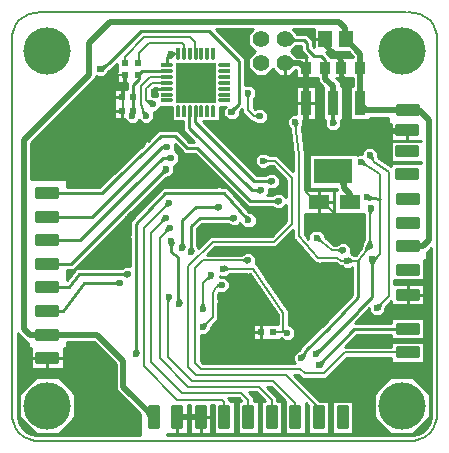
<source format=gbr>
G04 PROTEUS RS274X GERBER FILE*
%FSLAX45Y45*%
%MOMM*%
G01*
%ADD13C,0.203200*%
%ADD12C,0.254000*%
%ADD11C,0.190500*%
%ADD15C,0.508000*%
%ADD16C,0.381000*%
%ADD10C,0.304800*%
%ADD18C,0.600000*%
%ADD30C,4.000000*%
%AMPPAD034*
4,1,23,
-0.500000,-0.150000,
0.350000,-0.150000,
0.365590,-0.149240,
0.380670,-0.147020,
0.409030,-0.138430,
0.434540,-0.124790,
0.456640,-0.106640,
0.474790,-0.084540,
0.488430,-0.059030,
0.497020,-0.030670,
0.499240,-0.015590,
0.500000,0.000000,
0.499240,0.015590,
0.497020,0.030670,
0.488430,0.059030,
0.474790,0.084540,
0.456640,0.106640,
0.434540,0.124790,
0.409030,0.138430,
0.380670,0.147020,
0.365590,0.149240,
0.350000,0.150000,
-0.500000,0.150000,
-0.500000,-0.150000,
0*%
%ADD40PPAD034*%
%AMPPAD035*
4,1,23,
-0.150000,0.500000,
-0.150000,-0.350000,
-0.149240,-0.365590,
-0.147020,-0.380670,
-0.138430,-0.409030,
-0.124790,-0.434540,
-0.106640,-0.456640,
-0.084540,-0.474790,
-0.059030,-0.488430,
-0.030670,-0.497020,
-0.015590,-0.499240,
0.000000,-0.500000,
0.015590,-0.499240,
0.030670,-0.497020,
0.059030,-0.488430,
0.084540,-0.474790,
0.106640,-0.456640,
0.124790,-0.434540,
0.138430,-0.409030,
0.147020,-0.380670,
0.149240,-0.365590,
0.150000,-0.350000,
0.150000,0.500000,
-0.150000,0.500000,
0*%
%ADD41PPAD035*%
%AMPPAD036*
4,1,23,
0.500000,0.150000,
-0.350000,0.150000,
-0.365590,0.149240,
-0.380670,0.147020,
-0.409030,0.138430,
-0.434540,0.124790,
-0.456640,0.106640,
-0.474790,0.084540,
-0.488430,0.059030,
-0.497020,0.030670,
-0.499240,0.015590,
-0.500000,0.000000,
-0.499240,-0.015590,
-0.497020,-0.030670,
-0.488430,-0.059030,
-0.474790,-0.084540,
-0.456640,-0.106640,
-0.434540,-0.124790,
-0.409030,-0.138430,
-0.380670,-0.147020,
-0.365590,-0.149240,
-0.350000,-0.150000,
0.500000,-0.150000,
0.500000,0.150000,
0*%
%ADD42PPAD036*%
%AMPPAD037*
4,1,23,
0.150000,-0.500000,
0.150000,0.350000,
0.149240,0.365590,
0.147020,0.380670,
0.138430,0.409030,
0.124790,0.434540,
0.106640,0.456640,
0.084540,0.474790,
0.059030,0.488430,
0.030670,0.497020,
0.015590,0.499240,
0.000000,0.500000,
-0.015590,0.499240,
-0.030670,0.497020,
-0.059030,0.488430,
-0.084540,0.474790,
-0.106640,0.456640,
-0.124790,0.434540,
-0.138430,0.409030,
-0.147020,0.380670,
-0.149240,0.365590,
-0.150000,0.350000,
-0.150000,-0.500000,
0.150000,-0.500000,
0*%
%ADD43PPAD037*%
%ADD44R,3.350000X3.350000*%
%ADD71R,0.609600X0.609600*%
%ADD20R,0.609600X0.558800*%
%ADD45R,1.143000X1.447800*%
%ADD46R,0.939800X2.159000*%
%ADD47R,3.251200X2.159000*%
%ADD27R,0.939800X0.990600*%
%ADD48R,1.803400X1.244600*%
%AMPPAD026*
4,1,36,
-0.279400,1.016000,
0.279400,1.016000,
0.326140,1.011450,
0.369360,0.998360,
0.408240,0.977570,
0.441920,0.949920,
0.469570,0.916240,
0.490360,0.877360,
0.503450,0.834140,
0.508000,0.787400,
0.508000,-0.787400,
0.503450,-0.834140,
0.490360,-0.877360,
0.469570,-0.916240,
0.441920,-0.949920,
0.408240,-0.977570,
0.369360,-0.998360,
0.326140,-1.011450,
0.279400,-1.016000,
-0.279400,-1.016000,
-0.326140,-1.011450,
-0.369360,-0.998360,
-0.408240,-0.977570,
-0.441920,-0.949920,
-0.469570,-0.916240,
-0.490360,-0.877360,
-0.503450,-0.834140,
-0.508000,-0.787400,
-0.508000,0.787400,
-0.503450,0.834140,
-0.490360,0.877360,
-0.469570,0.916240,
-0.441920,0.949920,
-0.408240,0.977570,
-0.369360,0.998360,
-0.326140,1.011450,
-0.279400,1.016000,
0*%
%ADD32PPAD026*%
%AMPPAD027*
4,1,36,
1.016000,0.279400,
1.016000,-0.279400,
1.011450,-0.326140,
0.998360,-0.369360,
0.977570,-0.408240,
0.949920,-0.441920,
0.916240,-0.469570,
0.877360,-0.490360,
0.834140,-0.503450,
0.787400,-0.508000,
-0.787400,-0.508000,
-0.834140,-0.503450,
-0.877360,-0.490360,
-0.916240,-0.469570,
-0.949920,-0.441920,
-0.977570,-0.408240,
-0.998360,-0.369360,
-1.011450,-0.326140,
-1.016000,-0.279400,
-1.016000,0.279400,
-1.011450,0.326140,
-0.998360,0.369360,
-0.977570,0.408240,
-0.949920,0.441920,
-0.916240,0.469570,
-0.877360,0.490360,
-0.834140,0.503450,
-0.787400,0.508000,
0.787400,0.508000,
0.834140,0.503450,
0.877360,0.490360,
0.916240,0.469570,
0.949920,0.441920,
0.977570,0.408240,
0.998360,0.369360,
1.011450,0.326140,
1.016000,0.279400,
0*%
%ADD33PPAD027*%
%ADD28R,0.558800X0.609600*%
%ADD38C,1.397000*%
%ADD39C,0.000000*%
G36*
X+1500823Y-101865D02*
X+1532856Y-76856D01*
X+1500823Y-35825D01*
X+1468790Y-76856D01*
X+1500823Y-101865D01*
G37*
G36*
X+1700823Y-101865D02*
X+1732856Y-76856D01*
X+1700823Y-35825D01*
X+1668790Y-76856D01*
X+1700823Y-101865D01*
G37*
G36*
X+1900823Y-101865D02*
X+1932856Y-76856D01*
X+1900823Y-35825D01*
X+1868790Y-76856D01*
X+1900823Y-101865D01*
G37*
G36*
X+2100823Y-101865D02*
X+2132856Y-76856D01*
X+2100823Y-35825D01*
X+2068790Y-76856D01*
X+2100823Y-101865D01*
G37*
G36*
X+2300823Y-101865D02*
X+2332856Y-76856D01*
X+2300823Y-35825D01*
X+2268790Y-76856D01*
X+2300823Y-101865D01*
G37*
G36*
X+823Y+798135D02*
X+23683Y+767656D01*
X+64322Y+798135D01*
X+23683Y+828614D01*
X+823Y+798135D01*
G37*
G36*
X+823Y+598135D02*
X+13523Y+576138D01*
X+51623Y+598135D01*
X+13523Y+620132D01*
X+823Y+598135D01*
G37*
G36*
X+823Y+598135D02*
X-13262Y+619271D01*
X-49872Y+594875D01*
X-10439Y+575369D01*
X+823Y+598135D01*
G37*
G36*
X+823Y+1398135D02*
X+23683Y+1367656D01*
X+64323Y+1398135D01*
X+23683Y+1428614D01*
X+823Y+1398135D01*
G37*
G36*
X+823Y+1198135D02*
X+23683Y+1167656D01*
X+64323Y+1198135D01*
X+23683Y+1228614D01*
X+823Y+1198135D01*
G37*
G36*
X+823Y+998135D02*
X+23683Y+967656D01*
X+64322Y+998135D01*
X+23683Y+1028614D01*
X+823Y+998135D01*
G37*
G36*
X+823Y+1798135D02*
X+23806Y+1767749D01*
X+64322Y+1798392D01*
X+23559Y+1828707D01*
X+823Y+1798135D01*
G37*
G36*
X+823Y+1598135D02*
X+23683Y+1567656D01*
X+64323Y+1598135D01*
X+23683Y+1628614D01*
X+823Y+1598135D01*
G37*
G36*
X+3050000Y+2330000D02*
X+3034822Y+2350365D01*
X+2999547Y+2324075D01*
X+3039953Y+2306672D01*
X+3050000Y+2330000D01*
G37*
G36*
X+3050823Y+2498135D02*
X+3038123Y+2520132D01*
X+3000023Y+2498135D01*
X+3038123Y+2476138D01*
X+3050823Y+2498135D01*
G37*
G36*
X+3050823Y+2498135D02*
X+3063523Y+2476138D01*
X+3101623Y+2498135D01*
X+3063523Y+2520132D01*
X+3050823Y+2498135D01*
G37*
G36*
X+3050823Y+448135D02*
X+3025814Y+480168D01*
X+2984783Y+448135D01*
X+3025814Y+416102D01*
X+3050823Y+448135D01*
G37*
G36*
X+3050823Y+648135D02*
X+3028090Y+678709D01*
X+2987324Y+648397D01*
X+3027838Y+617750D01*
X+3050823Y+648135D01*
G37*
G36*
X+3050823Y+1348135D02*
X+3064840Y+1326953D01*
X+3101528Y+1351231D01*
X+3062158Y+1370865D01*
X+3050823Y+1348135D01*
G37*
G36*
X+1300823Y-101865D02*
X+1288123Y-79868D01*
X+1250023Y-101865D01*
X+1288123Y-123862D01*
X+1300823Y-101865D01*
G37*
G36*
X+1100823Y-101865D02*
X+1113523Y-123862D01*
X+1151623Y-101865D01*
X+1113523Y-79868D01*
X+1100823Y-101865D01*
G37*
G36*
X+900823Y-101865D02*
X+907397Y-77331D01*
X+864902Y-65944D01*
X+876289Y-108439D01*
X+900823Y-101865D01*
G37*
G36*
X+2010000Y+2900000D02*
X+2038286Y+2865712D01*
X+2079850Y+2900000D01*
X+2038286Y+2934288D01*
X+2010000Y+2900000D01*
G37*
G36*
X+2010000Y+3100000D02*
X+2045920Y+3055550D01*
X+2092251Y+3092990D01*
X+2052924Y+3137730D01*
X+2010000Y+3100000D01*
G37*
G36*
X+1900823Y+1898135D02*
X+1893814Y+1913951D01*
X+1858123Y+1898135D01*
X+1893814Y+1882319D01*
X+1900823Y+1898135D01*
G37*
G36*
X+902641Y+2655444D02*
X+920682Y+2645763D01*
X+940094Y+2681935D01*
X+899522Y+2675679D01*
X+902641Y+2655444D01*
G37*
G36*
X+893163Y+2553261D02*
X+893519Y+2573097D01*
X+852868Y+2573828D01*
X+877308Y+2541336D01*
X+893163Y+2553261D01*
G37*
G36*
X+1685628Y+1095824D02*
X+1667306Y+1086686D01*
X+1685628Y+1049949D01*
X+1703950Y+1086686D01*
X+1685628Y+1095824D01*
G37*
G36*
X+1806531Y+1819189D02*
X+1799522Y+1835005D01*
X+1763831Y+1819189D01*
X+1799522Y+1803373D01*
X+1806531Y+1819189D01*
G37*
G36*
X+1030239Y+1713743D02*
X+1011479Y+1720198D01*
X+998250Y+1681754D01*
X+1036694Y+1694983D01*
X+1030239Y+1713743D01*
G37*
G36*
X+1007892Y+2002799D02*
X+991752Y+2009026D01*
X+977699Y+1972606D01*
X+1014119Y+1986659D01*
X+1007892Y+2002799D01*
G37*
G36*
X+1050823Y+2098135D02*
X+1043814Y+2113951D01*
X+1008123Y+2098135D01*
X+1043814Y+2082319D01*
X+1050823Y+2098135D01*
G37*
G36*
X+2422271Y+2387202D02*
X+2435793Y+2393118D01*
X+2420823Y+2427335D01*
X+2408358Y+2392128D01*
X+2422271Y+2387202D01*
G37*
G36*
X+2543326Y+2057053D02*
X+2525848Y+2067717D01*
X+2504466Y+2032673D01*
X+2545322Y+2036676D01*
X+2543326Y+2057053D01*
G37*
G36*
X+2543326Y+2057053D02*
X+2525004Y+2047915D01*
X+2543326Y+2011178D01*
X+2561648Y+2047915D01*
X+2543326Y+2057053D01*
G37*
G36*
X+1390441Y+1100919D02*
X+1371681Y+1107374D01*
X+1358452Y+1068930D01*
X+1396896Y+1082159D01*
X+1390441Y+1100919D01*
G37*
G36*
X+1322057Y+819241D02*
X+1339984Y+827739D01*
X+1322569Y+864478D01*
X+1304327Y+828143D01*
X+1322057Y+819241D01*
G37*
G36*
X+2505288Y+1312153D02*
X+2496150Y+1330475D01*
X+2459413Y+1312153D01*
X+2496150Y+1293831D01*
X+2505288Y+1312153D01*
G37*
G36*
X+2280000Y+1420000D02*
X+2275482Y+1400030D01*
X+2315521Y+1390970D01*
X+2298670Y+1428404D01*
X+2280000Y+1420000D01*
G37*
G36*
X+835623Y+2452976D02*
X+847116Y+2469147D01*
X+813977Y+2492701D01*
X+815804Y+2452085D01*
X+835623Y+2452976D01*
G37*
G36*
X+1703926Y+1567791D02*
X+1711153Y+1583508D01*
X+1675686Y+1599818D01*
X+1687427Y+1562588D01*
X+1703926Y+1567791D01*
G37*
G36*
X+750823Y+438135D02*
X+766639Y+445144D01*
X+750823Y+480835D01*
X+735007Y+445144D01*
X+750823Y+438135D01*
G37*
G36*
X+2300000Y+340000D02*
X+2316240Y+334038D01*
X+2329694Y+370684D01*
X+2293509Y+356035D01*
X+2300000Y+340000D01*
G37*
G36*
X+1470000Y+880000D02*
X+1479138Y+861678D01*
X+1515875Y+880000D01*
X+1479138Y+898322D01*
X+1470000Y+880000D01*
G37*
G36*
X+1490823Y+1158135D02*
X+1499961Y+1139813D01*
X+1536698Y+1158135D01*
X+1499961Y+1176457D01*
X+1490823Y+1158135D01*
G37*
G36*
X+1800823Y+2448135D02*
X+1792123Y+2465965D01*
X+1755583Y+2448135D01*
X+1792123Y+2430305D01*
X+1800823Y+2448135D01*
G37*
G36*
X+1700823Y+2648135D02*
X+1682993Y+2639435D01*
X+1700823Y+2602895D01*
X+1718653Y+2639435D01*
X+1700823Y+2648135D01*
G37*
G36*
X+2730000Y+2120000D02*
X+2719991Y+2102870D01*
X+2755094Y+2082359D01*
X+2749662Y+2122650D01*
X+2730000Y+2120000D01*
G37*
G36*
X+2795375Y+822687D02*
X+2814510Y+817446D01*
X+2825251Y+856658D01*
X+2787733Y+840995D01*
X+2795375Y+822687D01*
G37*
G36*
X+1560000Y+2480000D02*
X+1576948Y+2476531D01*
X+1584777Y+2514777D01*
X+1551186Y+2494886D01*
X+1560000Y+2480000D01*
G37*
G36*
X+450000Y+2850000D02*
X+464428Y+2840456D01*
X+485967Y+2873014D01*
X+447379Y+2867100D01*
X+450000Y+2850000D01*
G37*
G36*
X+1047080Y+2974179D02*
X+1055780Y+2956349D01*
X+1092320Y+2974179D01*
X+1055780Y+2992009D01*
X+1047080Y+2974179D01*
G37*
G36*
X+1047080Y+2974179D02*
X+1030940Y+2980406D01*
X+1016886Y+2943985D01*
X+1053307Y+2958039D01*
X+1047080Y+2974179D01*
G37*
G36*
X+1012219Y+2191131D02*
X+1004629Y+2206676D01*
X+969548Y+2189548D01*
X+1005802Y+2175066D01*
X+1012219Y+2191131D01*
G37*
G36*
X+821510Y+2237448D02*
X+828004Y+2256865D01*
X+789072Y+2269886D01*
X+802093Y+2230954D01*
X+821510Y+2237448D01*
G37*
G36*
X+2300000Y+1720000D02*
X+2299117Y+1740455D01*
X+2258102Y+1738684D01*
X+2284192Y+1706988D01*
X+2300000Y+1720000D01*
G37*
G36*
X+2300000Y+1720000D02*
X+2301347Y+1699570D01*
X+2342311Y+1702272D01*
X+2315509Y+1733367D01*
X+2300000Y+1720000D01*
G37*
G36*
X+684976Y+1573884D02*
X+665034Y+1569247D01*
X+674332Y+1529261D01*
X+700678Y+1560744D01*
X+684976Y+1573884D01*
G37*
G36*
X+1454903Y+1869124D02*
X+1449392Y+1888843D01*
X+1409855Y+1877792D01*
X+1442468Y+1852859D01*
X+1454903Y+1869124D01*
G37*
G36*
X+1699805Y+1227114D02*
X+1691105Y+1244944D01*
X+1654565Y+1227114D01*
X+1691105Y+1209284D01*
X+1699805Y+1227114D01*
G37*
G36*
X+1825798Y+2071445D02*
X+1834392Y+2053564D01*
X+1871038Y+2071176D01*
X+1834604Y+2089223D01*
X+1825798Y+2071445D01*
G37*
G36*
X+1030000Y+920000D02*
X+1010776Y+915098D01*
X+1020823Y+875701D01*
X+1045694Y+907864D01*
X+1030000Y+920000D01*
G37*
G36*
X+1117727Y+855682D02*
X+1132594Y+864527D01*
X+1112634Y+898077D01*
X+1101188Y+860754D01*
X+1117727Y+855682D01*
G37*
G36*
X+1050000Y+1390000D02*
X+1034184Y+1382991D01*
X+1050000Y+1347300D01*
X+1065816Y+1382991D01*
X+1050000Y+1390000D01*
G37*
G36*
X+1036410Y+1504020D02*
X+1017622Y+1510393D01*
X+1004560Y+1471892D01*
X+1042946Y+1485288D01*
X+1036410Y+1504020D01*
G37*
G36*
X+1002548Y+1587452D02*
X+983598Y+1593326D01*
X+971560Y+1554492D01*
X+1009578Y+1568900D01*
X+1002548Y+1587452D01*
G37*
G36*
X+1582900Y+1583307D02*
X+1575891Y+1599123D01*
X+1540200Y+1583307D01*
X+1575891Y+1567491D01*
X+1582900Y+1583307D01*
G37*
G36*
X+1220000Y+1300000D02*
X+1235816Y+1307009D01*
X+1220000Y+1342700D01*
X+1204184Y+1307009D01*
X+1220000Y+1300000D01*
G37*
G36*
X+620000Y+1040000D02*
X+612991Y+1055816D01*
X+577300Y+1040000D01*
X+612991Y+1024184D01*
X+620000Y+1040000D01*
G37*
G36*
X+1453641Y+1681342D02*
X+1446632Y+1697158D01*
X+1410941Y+1681342D01*
X+1446632Y+1665526D01*
X+1453641Y+1681342D01*
G37*
G36*
X+1140000Y+1330000D02*
X+1155816Y+1337009D01*
X+1140000Y+1372700D01*
X+1124184Y+1337009D01*
X+1140000Y+1330000D01*
G37*
G36*
X+680000Y+1110000D02*
X+672991Y+1125816D01*
X+637300Y+1110000D01*
X+672991Y+1094184D01*
X+680000Y+1110000D01*
G37*
G36*
X+1480000Y+1020000D02*
X+1467060Y+1035039D01*
X+1436241Y+1008522D01*
X+1476108Y+1000546D01*
X+1480000Y+1020000D01*
G37*
G36*
X+1317823Y+664235D02*
X+1336583Y+657780D01*
X+1349812Y+696224D01*
X+1311368Y+682995D01*
X+1317823Y+664235D01*
G37*
G36*
X+1960000Y+1730000D02*
X+1952991Y+1745816D01*
X+1917300Y+1730000D01*
X+1952991Y+1714184D01*
X+1960000Y+1730000D01*
G37*
G36*
X+2660000Y+2060000D02*
X+2657921Y+2040270D01*
X+2698354Y+2036008D01*
X+2676832Y+2070501D01*
X+2660000Y+2060000D01*
G37*
G36*
X+2710000Y+1760000D02*
X+2715464Y+1743586D01*
X+2752504Y+1755916D01*
X+2718489Y+1775073D01*
X+2710000Y+1760000D01*
G37*
G36*
X+2100823Y+2398135D02*
X+2083672Y+2388163D01*
X+2104109Y+2353015D01*
X+2119238Y+2390753D01*
X+2100823Y+2398135D01*
G37*
G36*
X+2271346Y+436956D02*
X+2287486Y+430729D01*
X+2301539Y+467149D01*
X+2265119Y+453096D01*
X+2271346Y+436956D01*
G37*
G36*
X+2748165Y+1236247D02*
X+2761508Y+1221565D01*
X+2791597Y+1248909D01*
X+2751527Y+1255799D01*
X+2748165Y+1236247D01*
G37*
G36*
X+2748165Y+1236247D02*
X+2732816Y+1228267D01*
X+2750823Y+1193630D01*
X+2764387Y+1230237D01*
X+2748165Y+1236247D01*
G37*
G36*
X+2540047Y+1225819D02*
X+2548604Y+1207920D01*
X+2585285Y+1225457D01*
X+2548890Y+1243579D01*
X+2540047Y+1225819D01*
G37*
G36*
X+2150823Y+400000D02*
X+2167967Y+397689D01*
X+2173184Y+436376D01*
X+2141020Y+414254D01*
X+2150823Y+400000D01*
G37*
G36*
X+2730000Y+1350000D02*
X+2748322Y+1359138D01*
X+2730000Y+1395875D01*
X+2711678Y+1359138D01*
X+2730000Y+1350000D01*
G37*
G36*
X+2730000Y+1350000D02*
X+2709859Y+1353682D01*
X+2702475Y+1313300D01*
X+2739174Y+1331696D01*
X+2730000Y+1350000D01*
G37*
G36*
X+2744740Y+1667174D02*
X+2724721Y+1662878D01*
X+2733335Y+1622739D01*
X+2760215Y+1653768D01*
X+2744740Y+1667174D01*
G37*
G36*
X+674332Y+1429095D02*
X+692654Y+1438233D01*
X+674332Y+1474970D01*
X+656010Y+1438233D01*
X+674332Y+1429095D01*
G37*
G36*
X+3252563Y-50164D02*
X+3248893Y-101831D01*
X+3238839Y-143440D01*
X+3223188Y-176935D01*
X+3202390Y-203430D01*
X+3175892Y-224231D01*
X+3142398Y-239881D01*
X+3100789Y-249935D01*
X+3049122Y-253605D01*
X+1015122Y-253605D01*
X+1015122Y-241564D01*
X+1189722Y-241564D01*
X+1189722Y-124D01*
X+1211924Y-124D01*
X+1211924Y-241564D01*
X+1389722Y-241564D01*
X+1389722Y-124D01*
X+1411924Y-124D01*
X+1411924Y-241564D01*
X+1589722Y-241564D01*
X+1589722Y+37834D01*
X+1549082Y+37834D01*
X+1549082Y+44630D01*
X+1533836Y+59876D01*
X+1620834Y+59876D01*
X+1642876Y+37834D01*
X+1611924Y+37834D01*
X+1611924Y-241564D01*
X+1789722Y-241564D01*
X+1789722Y+37834D01*
X+1749082Y+37834D01*
X+1749082Y+68124D01*
X+1707330Y+109876D01*
X+1770834Y+109876D01*
X+1842876Y+37834D01*
X+1811924Y+37834D01*
X+1811924Y-241564D01*
X+1989722Y-241564D01*
X+1989722Y+37834D01*
X+1949082Y+37834D01*
X+1949082Y+68124D01*
X+1859605Y+157601D01*
X+1894151Y+157601D01*
X+2013918Y+37834D01*
X+2011924Y+37834D01*
X+2011924Y-241564D01*
X+2189722Y-241564D01*
X+2189722Y+19916D01*
X+2211924Y-2286D01*
X+2211924Y-241564D01*
X+2389722Y-241564D01*
X+2389722Y+37834D01*
X+2308300Y+37834D01*
X+2086257Y+259876D01*
X+2121876Y+259876D01*
X+2160011Y+221741D01*
X+2359989Y+221741D01*
X+2538124Y+399876D01*
X+2911124Y+399876D01*
X+2911124Y+359236D01*
X+3190522Y+359236D01*
X+3190522Y+537034D01*
X+2911124Y+537034D01*
X+2911124Y+496394D01*
X+2522228Y+496394D01*
X+2621465Y+599108D01*
X+2911124Y+597851D01*
X+2911124Y+559236D01*
X+3190522Y+559236D01*
X+3190522Y+737034D01*
X+2911124Y+737034D01*
X+2911124Y+699570D01*
X+2607003Y+700773D01*
X+2679851Y+773621D01*
X+2679851Y+775324D01*
X+2727276Y+822749D01*
X+2727276Y+794479D01*
X+2767167Y+754588D01*
X+2823583Y+754588D01*
X+2863474Y+794479D01*
X+2863474Y+813532D01*
X+2868325Y+831239D01*
X+2911124Y+880716D01*
X+2911124Y+849236D01*
X+3190522Y+849236D01*
X+3190522Y+1027034D01*
X+2938259Y+1027034D01*
X+2938259Y+1059236D01*
X+3190522Y+1059236D01*
X+3190522Y+1233836D01*
X+3215922Y+1233836D01*
X+3215922Y+1293415D01*
X+3252563Y+1330056D01*
X+3252563Y-50164D01*
G37*
%LPC*%
G36*
X+2762724Y-100489D02*
X+2762724Y+96759D01*
X+2902199Y+236234D01*
X+3099447Y+236234D01*
X+3238922Y+96759D01*
X+3238922Y-100489D01*
X+3099447Y-239964D01*
X+2902199Y-239964D01*
X+2762724Y-100489D01*
G37*
G36*
X+2411924Y+37834D02*
X+2589722Y+37834D01*
X+2589722Y-241564D01*
X+2411924Y-241564D01*
X+2411924Y+37834D01*
G37*
%LPD*%
G36*
X-244077Y+603235D02*
X-172218Y+531376D01*
X-164276Y+531376D01*
X-164276Y+483836D01*
X-138876Y+483836D01*
X-138876Y+309236D01*
X+140522Y+309236D01*
X+140522Y+483836D01*
X+165922Y+483836D01*
X+165922Y+534636D01*
X+395039Y+534636D01*
X+578358Y+351317D01*
X+578358Y+130800D01*
X+786524Y-77366D01*
X+786524Y-253605D01*
X-47476Y-253605D01*
X-99143Y-249935D01*
X-140752Y-239881D01*
X-174246Y-224231D01*
X-200744Y-203430D01*
X-221542Y-176935D01*
X-237193Y-143440D01*
X-247247Y-101831D01*
X-250917Y-50164D01*
X-250917Y+610075D01*
X-244077Y+603235D01*
G37*
%LPC*%
G36*
X-237276Y-100489D02*
X-237276Y+96759D01*
X-97801Y+236234D01*
X+99447Y+236234D01*
X+238922Y+96759D01*
X+238922Y-100489D01*
X+99447Y-239964D01*
X-97801Y-239964D01*
X-237276Y-100489D01*
G37*
%LPD*%
G36*
X+2255574Y+3036266D02*
X+2250799Y+3041041D01*
X+2250799Y+3091041D01*
X+2198051Y+3143789D01*
X+2117949Y+3143789D01*
X+2117949Y+3144714D01*
X+2078027Y+3184636D01*
X+2255574Y+3184636D01*
X+2255574Y+3036266D01*
G37*
G36*
X+2587324Y+2951834D02*
X+2587324Y+2947824D01*
X+2401622Y+2947824D01*
X+2401622Y+2948544D01*
X+2362520Y+2987646D01*
X+2551512Y+2987646D01*
X+2587324Y+2951834D01*
G37*
G36*
X+2149201Y+3020000D02*
X+2149201Y+2998959D01*
X+2200336Y+2947824D01*
X+2114839Y+2947824D01*
X+2062663Y+3000000D01*
X+2082303Y+3019640D01*
X+2110209Y+3042191D01*
X+2149201Y+3042191D01*
X+2149201Y+3020000D01*
G37*
G36*
X+588844Y+2833396D02*
X+588844Y+2820223D01*
X+574483Y+2834584D01*
X+551535Y+2834584D01*
X+535309Y+2818358D01*
X+535309Y+2795410D01*
X+551535Y+2779184D01*
X+574483Y+2779184D01*
X+588844Y+2793545D01*
X+588844Y+2733396D01*
X+678551Y+2733396D01*
X+678551Y+2681510D01*
X+563444Y+2681510D01*
X+563444Y+2424456D01*
X+653312Y+2424456D01*
X+653312Y+2424303D01*
X+693203Y+2384412D01*
X+749619Y+2384412D01*
X+778750Y+2413542D01*
X+807415Y+2384877D01*
X+863831Y+2384877D01*
X+903722Y+2424768D01*
X+903722Y+2481184D01*
X+899744Y+2485162D01*
X+921371Y+2485162D01*
X+961262Y+2525053D01*
X+961262Y+2528836D01*
X+1050024Y+2528836D01*
X+1050024Y+2526336D01*
X+1052524Y+2526336D01*
X+1052524Y+2403836D01*
X+1150024Y+2403836D01*
X+1150024Y+2327094D01*
X+1246079Y+2231039D01*
X+1203297Y+2231039D01*
X+1105536Y+2328800D01*
X+939576Y+2329851D01*
X+849210Y+2242427D01*
X+849210Y+2248922D01*
X+832984Y+2265148D01*
X+810036Y+2265148D01*
X+793810Y+2248922D01*
X+793810Y+2225974D01*
X+810036Y+2209748D01*
X+815431Y+2209748D01*
X+584950Y+1986772D01*
X+439829Y+1850720D01*
X+165922Y+1849657D01*
X+165922Y+1912434D01*
X-135678Y+1912434D01*
X-135678Y+2221834D01*
X+414322Y+2771833D01*
X+414322Y+2789371D01*
X+421792Y+2781901D01*
X+478208Y+2781901D01*
X+518099Y+2821792D01*
X+518099Y+2829516D01*
X+520478Y+2833113D01*
X+556876Y+2858081D01*
X+588844Y+2890049D01*
X+588844Y+2833396D01*
G37*
G36*
X+927524Y+2678836D02*
X+927524Y+2669735D01*
X+914115Y+2683144D01*
X+904080Y+2683144D01*
X+904612Y+2683676D01*
X+927524Y+2683676D01*
X+927524Y+2678836D01*
G37*
G36*
X+927524Y+2628836D02*
X+927524Y+2615207D01*
X+921371Y+2621360D01*
X+893719Y+2621360D01*
X+887170Y+2621478D01*
X+887170Y+2631741D01*
X+891167Y+2627744D01*
X+914115Y+2627744D01*
X+927524Y+2641153D01*
X+927524Y+2628836D01*
G37*
G36*
X+1491901Y+2508208D02*
X+1491901Y+2485386D01*
X+1471460Y+2485386D01*
X+1458722Y+2472648D01*
X+1458722Y+2526336D01*
X+1461222Y+2526336D01*
X+1461222Y+2528836D01*
X+1512529Y+2528836D01*
X+1491901Y+2508208D01*
G37*
G36*
X+1702051Y+3144714D02*
X+1702051Y+3055286D01*
X+1757337Y+3000000D01*
X+1702051Y+2944714D01*
X+1702051Y+2855286D01*
X+1765286Y+2792051D01*
X+1854714Y+2792051D01*
X+1910000Y+2847337D01*
X+1965286Y+2792051D01*
X+2054714Y+2792051D01*
X+2105734Y+2843071D01*
X+2105734Y+2772566D01*
X+2288426Y+2772566D01*
X+2288426Y+2737031D01*
X+2325623Y+2699834D01*
X+2335734Y+2692318D01*
X+2335734Y+2414146D01*
X+2354172Y+2414146D01*
X+2354172Y+2358994D01*
X+2394063Y+2319103D01*
X+2450479Y+2319103D01*
X+2490370Y+2358994D01*
X+2490370Y+2414146D01*
X+2505912Y+2414146D01*
X+2505912Y+2706244D01*
X+2484322Y+2706244D01*
X+2484322Y+2734437D01*
X+2447125Y+2771634D01*
X+2445871Y+2772566D01*
X+2587324Y+2772566D01*
X+2587324Y+2706244D01*
X+2565734Y+2706244D01*
X+2565734Y+2414146D01*
X+2735912Y+2414146D01*
X+2735912Y+2434636D01*
X+2885724Y+2434636D01*
X+2885724Y+2383836D01*
X+2910301Y+2383836D01*
X+2910301Y+2241101D01*
X+3166269Y+2241101D01*
X+3166269Y+2238899D01*
X+2910301Y+2238899D01*
X+2910301Y+2061101D01*
X+3166269Y+2061101D01*
X+3166269Y+2048899D01*
X+2910301Y+2048899D01*
X+2910301Y+2024464D01*
X+2805701Y+2094198D01*
X+2801175Y+2101751D01*
X+2798099Y+2124565D01*
X+2798099Y+2148208D01*
X+2758208Y+2188099D01*
X+2701792Y+2188099D01*
X+2661901Y+2148208D01*
X+2661901Y+2128099D01*
X+2631792Y+2128099D01*
X+2621482Y+2117789D01*
X+2621482Y+2126244D01*
X+2220164Y+2126244D01*
X+2220164Y+1834146D01*
X+2450056Y+1834146D01*
X+2450056Y+1820329D01*
X+2431731Y+1820329D01*
X+2431731Y+1619671D01*
X+2683304Y+1619671D01*
X+2682376Y+1616127D01*
X+2682376Y+1407090D01*
X+2674012Y+1390319D01*
X+2661901Y+1378208D01*
X+2661901Y+1356172D01*
X+2658130Y+1335548D01*
X+2632155Y+1298932D01*
X+2611211Y+1273607D01*
X+2597712Y+1273696D01*
X+2596650Y+1273707D01*
X+2580349Y+1281824D01*
X+2573387Y+1288786D01*
X+2573387Y+1340361D01*
X+2533496Y+1380252D01*
X+2477080Y+1380252D01*
X+2464969Y+1368141D01*
X+2448198Y+1359777D01*
X+2429194Y+1359777D01*
X+2353347Y+1422958D01*
X+2348099Y+1434617D01*
X+2348099Y+1448208D01*
X+2308208Y+1488099D01*
X+2251792Y+1488099D01*
X+2211901Y+1448208D01*
X+2211901Y+1410500D01*
X+2178259Y+1448347D01*
X+2178259Y+1619671D01*
X+2428269Y+1619671D01*
X+2428269Y+1820329D01*
X+2178259Y+1820329D01*
X+2178259Y+2122667D01*
X+2153410Y+2346304D01*
X+2158838Y+2359843D01*
X+2168922Y+2369927D01*
X+2168922Y+2414146D01*
X+2275912Y+2414146D01*
X+2275912Y+2706244D01*
X+2105734Y+2706244D01*
X+2105734Y+2466234D01*
X+2072615Y+2466234D01*
X+2032724Y+2426343D01*
X+2032724Y+2369927D01*
X+2046410Y+2356241D01*
X+2057271Y+2337562D01*
X+2081741Y+2117335D01*
X+2081741Y+1985466D01*
X+1947772Y+2119435D01*
X+1882334Y+2119435D01*
X+1866048Y+2127502D01*
X+1854006Y+2139544D01*
X+1797590Y+2139544D01*
X+1757699Y+2099653D01*
X+1757699Y+2043237D01*
X+1797590Y+2003346D01*
X+1854006Y+2003346D01*
X+1865754Y+2015094D01*
X+1882031Y+2022917D01*
X+1907794Y+2022917D01*
X+2021742Y+1908969D01*
X+2021742Y+1764565D01*
X+1988208Y+1798099D01*
X+1931792Y+1798099D01*
X+1920812Y+1787119D01*
X+1906550Y+1780799D01*
X+1864448Y+1780799D01*
X+1874630Y+1790981D01*
X+1874630Y+1830036D01*
X+1929031Y+1830036D01*
X+1968922Y+1869927D01*
X+1968922Y+1926343D01*
X+1929031Y+1966234D01*
X+1872615Y+1966234D01*
X+1861635Y+1955254D01*
X+1847373Y+1948934D01*
X+1771864Y+1948934D01*
X+1316962Y+2403836D01*
X+1458722Y+2403836D01*
X+1458722Y+2442724D01*
X+1471460Y+2429986D01*
X+1494408Y+2429986D01*
X+1504058Y+2439636D01*
X+1531792Y+2411901D01*
X+1588208Y+2411901D01*
X+1628099Y+2451792D01*
X+1628099Y+2473105D01*
X+1631485Y+2489645D01*
X+1652564Y+2510724D01*
X+1652564Y+2478146D01*
X+1730834Y+2399876D01*
X+1744437Y+2399876D01*
X+1760721Y+2391930D01*
X+1772615Y+2380036D01*
X+1829031Y+2380036D01*
X+1868922Y+2419927D01*
X+1868922Y+2476343D01*
X+1829031Y+2516234D01*
X+1772615Y+2516234D01*
X+1761794Y+2505412D01*
X+1749082Y+2518124D01*
X+1749082Y+2591749D01*
X+1757028Y+2608033D01*
X+1768922Y+2619927D01*
X+1768922Y+2676343D01*
X+1729031Y+2716234D01*
X+1672729Y+2716234D01*
X+1672729Y+2937699D01*
X+1425792Y+3184636D01*
X+1741973Y+3184636D01*
X+1702051Y+3144714D01*
G37*
%LPC*%
G36*
X+2386647Y+2188557D02*
X+2386647Y+2211505D01*
X+2402873Y+2227731D01*
X+2425821Y+2227731D01*
X+2442047Y+2211505D01*
X+2442047Y+2188557D01*
X+2425821Y+2172331D01*
X+2402873Y+2172331D01*
X+2386647Y+2188557D01*
G37*
G36*
X+2471076Y+1545319D02*
X+2471076Y+1568267D01*
X+2487302Y+1584493D01*
X+2510250Y+1584493D01*
X+2526476Y+1568267D01*
X+2526476Y+1545319D01*
X+2510250Y+1529093D01*
X+2487302Y+1529093D01*
X+2471076Y+1545319D01*
G37*
%LPD*%
G36*
X+2414347Y+2200031D02*
X+2413192Y+2195579D01*
X+2441887Y+2188135D01*
X+2416797Y+2203924D01*
X+2414347Y+2200031D01*
G37*
G36*
X+2498776Y+1556793D02*
X+2505270Y+1576210D01*
X+2466338Y+1589231D01*
X+2479359Y+1550299D01*
X+2498776Y+1556793D01*
G37*
G36*
X+1146336Y+2144320D02*
X+1161215Y+2129441D01*
X+1248719Y+2129441D01*
X+1698959Y+1679201D01*
X+1906550Y+1679201D01*
X+1920812Y+1672881D01*
X+1931792Y+1661901D01*
X+1988208Y+1661901D01*
X+2021742Y+1695435D01*
X+2021742Y+1557857D01*
X+1899106Y+1435221D01*
X+1379660Y+1435221D01*
X+1280373Y+1335934D01*
X+1277119Y+1339188D01*
X+1270799Y+1353450D01*
X+1270799Y+1497451D01*
X+1309563Y+1532508D01*
X+1529450Y+1532508D01*
X+1543712Y+1526188D01*
X+1554692Y+1515208D01*
X+1611108Y+1515208D01*
X+1635827Y+1539927D01*
X+1635827Y+1539583D01*
X+1675718Y+1499692D01*
X+1732134Y+1499692D01*
X+1772025Y+1539583D01*
X+1772025Y+1595999D01*
X+1732134Y+1635890D01*
X+1718830Y+1635890D01*
X+1708853Y+1640478D01*
X+1531691Y+1839935D01*
X+1511757Y+1848934D01*
X+1473887Y+1848934D01*
X+1482603Y+1857650D01*
X+1482603Y+1880598D01*
X+1466377Y+1896824D01*
X+1443429Y+1896824D01*
X+1427203Y+1880598D01*
X+1427203Y+1857650D01*
X+1435919Y+1848934D01*
X+990392Y+1848934D01*
X+971210Y+1840707D01*
X+964018Y+1833147D01*
X+712676Y+1568937D01*
X+712676Y+1585358D01*
X+696450Y+1601584D01*
X+678517Y+1601584D01*
X+1006016Y+1929083D01*
X+1020573Y+1934700D01*
X+1036100Y+1934700D01*
X+1075991Y+1974591D01*
X+1075991Y+2030036D01*
X+1079031Y+2030036D01*
X+1118922Y+2069927D01*
X+1118922Y+2126343D01*
X+1080318Y+2164947D01*
X+1080318Y+2210338D01*
X+1146336Y+2144320D01*
G37*
G36*
X+657276Y+1562410D02*
X+673502Y+1546184D01*
X+696450Y+1546184D01*
X+700024Y+1549758D01*
X+700024Y+1442577D01*
X+685806Y+1456795D01*
X+662858Y+1456795D01*
X+646632Y+1440569D01*
X+646632Y+1417621D01*
X+662858Y+1401395D01*
X+685806Y+1401395D01*
X+700024Y+1415613D01*
X+700024Y+1178099D01*
X+651792Y+1178099D01*
X+640812Y+1167119D01*
X+626550Y+1160799D01*
X+258143Y+1160798D01*
X+236878Y+1150298D01*
X+229668Y+1140883D01*
X+165922Y+1057634D01*
X+165922Y+1147336D01*
X+224269Y+1147336D01*
X+657276Y+1580343D01*
X+657276Y+1562410D01*
G37*
G36*
X+2081741Y+1430000D02*
X+2081741Y+1411653D01*
X+2093931Y+1397939D01*
X+2260799Y+1210212D01*
X+2279664Y+1201741D01*
X+2291355Y+1201741D01*
X+2276327Y+1186713D01*
X+2276327Y+1163765D01*
X+2292553Y+1147539D01*
X+2315501Y+1147539D01*
X+2331727Y+1163765D01*
X+2331727Y+1186713D01*
X+2316699Y+1201741D01*
X+2441514Y+1201741D01*
X+2474147Y+1178087D01*
X+2491721Y+1177838D01*
X+2511839Y+1157720D01*
X+2568255Y+1157720D01*
X+2579953Y+1169418D01*
X+2584222Y+1171459D01*
X+2584378Y+935473D01*
X+2344240Y+686099D01*
X+2160240Y+512322D01*
X+2132229Y+469861D01*
X+2129667Y+468099D01*
X+2122615Y+468099D01*
X+2082724Y+428208D01*
X+2082724Y+371792D01*
X+2098122Y+356394D01*
X+1320812Y+356394D01*
X+1298259Y+378947D01*
X+1298259Y+596136D01*
X+1346031Y+596136D01*
X+1385922Y+636027D01*
X+1385922Y+652851D01*
X+1391817Y+669981D01*
X+1447787Y+725951D01*
X+1447787Y+863039D01*
X+1458526Y+852300D01*
X+1481474Y+852300D01*
X+1497700Y+868526D01*
X+1497700Y+891474D01*
X+1481474Y+907700D01*
X+1458526Y+907700D01*
X+1447787Y+896961D01*
X+1447787Y+942572D01*
X+1452802Y+951901D01*
X+1508208Y+951901D01*
X+1548099Y+991792D01*
X+1548099Y+1048208D01*
X+1508208Y+1088099D01*
X+1458540Y+1088099D01*
X+1458540Y+1094111D01*
X+1462615Y+1090036D01*
X+1519031Y+1090036D01*
X+1531142Y+1102147D01*
X+1547913Y+1110511D01*
X+1661141Y+1110511D01*
X+1657928Y+1107298D01*
X+1657928Y+1084350D01*
X+1674154Y+1068124D01*
X+1697102Y+1068124D01*
X+1713328Y+1084350D01*
X+1713328Y+1107298D01*
X+1710115Y+1110511D01*
X+1715729Y+1110511D01*
X+1952376Y+765247D01*
X+1952376Y+686714D01*
X+1744784Y+686714D01*
X+1744784Y+549556D01*
X+1976862Y+549556D01*
X+1976862Y+570218D01*
X+2005266Y+541814D01*
X+2061682Y+541814D01*
X+2101573Y+581705D01*
X+2101573Y+638121D01*
X+2061682Y+678012D01*
X+2047624Y+678012D01*
X+2047624Y+794754D01*
X+1854919Y+1075907D01*
X+1858526Y+1072300D01*
X+1881474Y+1072300D01*
X+1897700Y+1088526D01*
X+1897700Y+1111474D01*
X+1881474Y+1127700D01*
X+1858526Y+1127700D01*
X+1842300Y+1111474D01*
X+1842300Y+1094318D01*
X+1773445Y+1194776D01*
X+1767111Y+1198113D01*
X+1767904Y+1198906D01*
X+1767904Y+1255322D01*
X+1728013Y+1295213D01*
X+1671597Y+1295213D01*
X+1659703Y+1283319D01*
X+1643419Y+1275373D01*
X+1356308Y+1275373D01*
X+1419638Y+1338703D01*
X+1939084Y+1338703D01*
X+2081741Y+1481360D01*
X+2081741Y+1430000D01*
G37*
%LPC*%
G36*
X+1594090Y+438798D02*
X+1594090Y+461746D01*
X+1610316Y+477972D01*
X+1633264Y+477972D01*
X+1649490Y+461746D01*
X+1649490Y+438798D01*
X+1633264Y+422572D01*
X+1610316Y+422572D01*
X+1594090Y+438798D01*
G37*
G36*
X+1935612Y+1236345D02*
X+1935612Y+1259293D01*
X+1951838Y+1275519D01*
X+1974786Y+1275519D01*
X+1991012Y+1259293D01*
X+1991012Y+1236345D01*
X+1974786Y+1220119D01*
X+1951838Y+1220119D01*
X+1935612Y+1236345D01*
G37*
G36*
X+2064823Y+894061D02*
X+2064823Y+917009D01*
X+2081049Y+933235D01*
X+2103997Y+933235D01*
X+2120223Y+917009D01*
X+2120223Y+894061D01*
X+2103997Y+877835D01*
X+2081049Y+877835D01*
X+2064823Y+894061D01*
G37*
%LPD*%
G36*
X+1621790Y+450272D02*
X+1630063Y+432240D01*
X+1667017Y+449194D01*
X+1630913Y+467889D01*
X+1621790Y+450272D01*
G37*
D13*
X+657423Y+2899435D02*
X+657423Y+2950235D01*
X+822523Y+3115335D01*
X+1210057Y+3115335D01*
X+1248936Y+3076456D01*
X+1248936Y+3016775D01*
X+1261075Y+3004636D01*
X+1255623Y+2971935D01*
D12*
X+1015623Y+2881935D02*
X+1015623Y+2942722D01*
X+1047080Y+2974179D01*
D13*
X+1103379Y+2974179D01*
X+1105623Y+2971935D01*
D12*
X+1900823Y+1898135D02*
X+1750823Y+1898135D01*
X+1250823Y+2398135D01*
X+1250823Y+2448135D01*
X+1261551Y+2463920D01*
X+1255623Y+2491935D01*
D11*
X+2650823Y+2560195D02*
X+2650823Y+2582246D01*
X+2649280Y+2583789D01*
D15*
X+2650823Y+2860195D02*
X+2650823Y+2582246D01*
D11*
X+1015623Y+2681935D02*
X+929132Y+2681935D01*
X+902641Y+2655444D01*
D12*
X+1015623Y+2831935D02*
X+805823Y+2831935D01*
X+771723Y+2797835D01*
D13*
X+1015623Y+2731935D02*
X+884623Y+2731935D01*
X+850823Y+2698135D01*
X+838911Y+2686223D01*
X+838911Y+2587785D01*
X+873435Y+2553261D01*
X+893163Y+2553261D01*
D16*
X+2490823Y+2860195D02*
X+2490823Y+2914422D01*
X+2468241Y+2937004D01*
X+2338539Y+3066706D01*
X+2338539Y+3072711D01*
X+2350823Y+3098135D01*
D15*
X+2650823Y+2860195D02*
X+2650823Y+2978135D01*
X+2530823Y+3098135D01*
D13*
X+1686932Y+449194D02*
X+1621803Y+449194D01*
X+1621790Y+450272D01*
D15*
X+3050823Y+2498135D02*
X+2900823Y+2498135D01*
X+2700823Y+2498135D01*
X+2650823Y+2548135D01*
X+2650823Y+2560195D01*
D11*
X+563009Y+2806884D02*
X+570458Y+2799435D01*
X+657423Y+2799435D01*
D12*
X+1806531Y+1819189D02*
X+1729769Y+1819189D01*
X+1200823Y+2348135D01*
X+1200823Y+2459149D01*
X+1205594Y+2463920D01*
X+1205623Y+2491935D01*
D13*
X+1030239Y+1713743D02*
X+816840Y+1500344D01*
X+816840Y+332118D01*
X+1100823Y+48135D01*
X+1477329Y+48135D01*
X+1450823Y+48135D01*
X+1477329Y+48135D01*
X+1500823Y+24641D01*
X+1500823Y-101865D01*
D12*
X+1007892Y+2002799D02*
X+203228Y+1198135D01*
X+823Y+1198135D01*
X+1050823Y+2098135D02*
X+977026Y+2098135D01*
X+734427Y+1855536D01*
X+277026Y+1398135D01*
X+823Y+1398135D01*
D11*
X+632023Y+2612931D02*
X+654138Y+2635046D01*
X+654138Y+2661436D01*
D13*
X+632023Y+2493035D02*
X+641438Y+2493035D01*
X+641438Y+2600491D01*
X+654138Y+2613191D01*
X+654138Y+2635046D01*
X+654138Y+2661436D02*
X+654138Y+2796150D01*
X+657423Y+2799435D01*
D12*
X+722023Y+2612931D02*
X+729350Y+2620258D01*
X+729350Y+2648135D01*
X+722023Y+2493035D02*
X+722023Y+2612931D01*
X+729350Y+2648135D02*
X+729350Y+2715343D01*
X+775881Y+2761874D01*
X+775881Y+2793677D01*
X+771723Y+2797835D01*
D15*
X+1100823Y-101865D02*
X+1300823Y-101865D01*
D11*
X+2191013Y+2518233D02*
X+2191013Y+2478356D01*
D15*
X+2191492Y+2517754D02*
X+2191013Y+2518233D01*
X+2186216Y+2523030D01*
D16*
X+2490823Y+2860195D02*
X+2490823Y+2791271D01*
X+2540823Y+2741271D01*
X+2540823Y+2197856D01*
X+2533988Y+2191021D01*
D10*
X+2420823Y+2560195D02*
X+2420823Y+2388650D01*
X+2422271Y+2387202D01*
D11*
X+2500823Y+1966638D02*
X+2488200Y+1966638D01*
X+2500823Y+1966638D02*
X+2543326Y+2009141D01*
X+2543326Y+2057053D01*
X+2420823Y+1980195D01*
D15*
X+2520823Y+2188135D02*
X+2426243Y+2188135D01*
X+2414347Y+2200031D01*
D11*
X+2191733Y+2479076D02*
X+2191733Y+2502466D01*
X+2191733Y+2540644D01*
X+2199032Y+2547943D01*
X+2190823Y+2560195D01*
X+2192096Y+2479439D02*
X+2191733Y+2502466D01*
X+2191492Y+2517754D01*
X+2191013Y+2478356D02*
X+2191733Y+2479076D01*
X+2192096Y+2479439D01*
D15*
X+823Y+598135D02*
X+421340Y+598135D01*
X+641857Y+377618D01*
X+641857Y+157101D01*
X+900823Y-101865D01*
X+2420823Y+2560195D02*
X+2420823Y+2708135D01*
X+2351925Y+2763333D01*
X+2351925Y+2867906D01*
X+3050823Y+2498135D02*
X+3144212Y+2498135D01*
X+3162517Y+2479829D01*
X+3229768Y+2412579D01*
X+3229768Y+1397061D01*
X+3183938Y+1351231D01*
X+3053919Y+1351231D01*
X+3050823Y+1348135D01*
X+2530823Y+3098135D02*
X+2523154Y+3105804D01*
X+2523154Y+3194082D01*
X+2469101Y+3248135D01*
X+2300823Y+3248135D01*
X+533323Y+3248135D01*
X+439745Y+3154557D01*
X+350823Y+3065635D01*
X+350823Y+2798135D01*
X-199177Y+2248135D01*
X-199177Y+648135D01*
X-145917Y+594875D01*
X-142454Y+594875D01*
X-2437Y+594875D01*
X+823Y+598135D01*
D13*
X+1390441Y+1100919D02*
X+1322569Y+1033047D01*
X+1322569Y+819753D01*
X+1322057Y+819241D01*
D11*
X+1915570Y+618135D02*
X+1910823Y+618135D01*
X+2000823Y+618135D02*
X+1915570Y+618135D01*
X+2033474Y+609913D02*
X+2025252Y+618135D01*
X+2000823Y+618135D01*
D13*
X+722023Y+2493035D02*
X+722023Y+2453123D01*
X+721411Y+2452511D01*
D11*
X+2505288Y+1312153D02*
X+2411962Y+1312153D01*
X+2280000Y+1420000D01*
D13*
X+1155623Y+2971935D02*
X+1155623Y+3053761D01*
X+1141833Y+3067551D01*
X+1141833Y+3068185D01*
X+858186Y+3068185D01*
X+773726Y+2983725D01*
X+773726Y+2899838D01*
X+771723Y+2897835D01*
X+1015623Y+2781935D02*
X+871947Y+2781935D01*
X+790000Y+2699988D01*
X+790000Y+2547920D01*
X+810000Y+2500000D01*
X+835623Y+2452976D01*
D15*
X+2533988Y+2191021D02*
X+2533988Y+2172886D01*
X+2673708Y+2172886D01*
X+2824897Y+2324075D01*
X+3067044Y+2324075D01*
X+3068823Y+2325854D01*
X+3050000Y+2330000D01*
D12*
X+1703926Y+1567791D02*
X+1500823Y+1798135D01*
X+1000823Y+1798135D01*
X+750823Y+1535335D01*
X+750823Y+438135D01*
X+2300000Y+340000D02*
X+2600000Y+650000D01*
X+3050823Y+648135D01*
D11*
X+2351925Y+2867906D02*
X+2350823Y+2869008D01*
X+2348145Y+2871686D01*
X+2350823Y+2860195D01*
D13*
X+2748165Y+1236247D02*
X+2778935Y+1236247D01*
X+2820000Y+1277312D01*
X+2820000Y+1740000D01*
X+2830000Y+1750000D01*
D11*
X+2814074Y+1750000D01*
X+2560000Y+1737729D02*
X+2529589Y+1737729D01*
X+2526105Y+1741213D01*
D15*
X+2560000Y+1720000D02*
X+2560000Y+1737729D01*
X+2560000Y+1790770D01*
X+2533894Y+1816876D01*
X+2513554Y+1837216D01*
X+2513554Y+1872245D01*
X+2420823Y+1980195D01*
D11*
X+1470000Y+880000D02*
X+1685628Y+880000D01*
X+1685628Y+1095824D02*
X+1685628Y+880000D01*
X+1685628Y+450498D01*
X+1686932Y+449194D01*
X+1490823Y+1158135D02*
X+1740823Y+1158135D01*
X+2000000Y+780000D01*
X+2000000Y+625655D01*
X+2000823Y+618135D01*
D15*
X+2190823Y+2560195D02*
X+2190823Y+2840195D01*
D11*
X+2350823Y+2860195D02*
X+2350823Y+2869008D01*
D12*
X+2350823Y+2927503D01*
X+2316866Y+2961460D01*
X+2258540Y+2961460D01*
X+2220000Y+3000000D01*
X+2200000Y+3020000D01*
X+2200000Y+3070000D01*
X+2177010Y+3092990D01*
X+2166173Y+3092990D01*
X+2017010Y+3092990D01*
X+2010000Y+3100000D01*
D15*
X+2190823Y+2846308D02*
X+2137131Y+2900000D01*
X+2010000Y+2900000D01*
D10*
X+2190823Y+2860195D02*
X+2190823Y+2846308D01*
X+2190823Y+2840195D01*
D13*
X+1800823Y+2448135D02*
X+1750823Y+2448135D01*
X+1700823Y+2498135D01*
X+1700823Y+2648135D01*
X+2730000Y+2120000D02*
X+2770000Y+2060000D01*
X+2890000Y+1980000D01*
X+2890000Y+983493D01*
X+2889755Y+930001D01*
X+2795375Y+822687D01*
D12*
X+1560000Y+2480000D02*
X+1560878Y+2490878D01*
X+1621930Y+2551930D01*
X+1621930Y+2916658D01*
X+1368257Y+3170331D01*
X+797286Y+3170331D01*
X+524852Y+2897897D01*
X+450000Y+2850000D01*
X+1012219Y+2191131D02*
X+971131Y+2191131D01*
X+378135Y+1598135D01*
X+823Y+1598135D01*
D11*
X+632023Y+2493035D02*
X+632023Y+2426935D01*
X+821510Y+2237448D01*
X+2498776Y+1556793D02*
X+2353297Y+1702272D01*
X+2277606Y+1702272D01*
X+2300000Y+1720000D01*
X+2276786Y+1720000D01*
X+2186824Y+1809962D01*
X+2186824Y+2106658D01*
X+2264977Y+2184811D01*
X+2398128Y+2184811D01*
X+2413348Y+2200031D01*
X+2419837Y+2206520D01*
D15*
X+2414347Y+2200031D02*
X+2413348Y+2200031D01*
X+2399750Y+2200031D01*
X+2191733Y+2408048D01*
X+2191733Y+2479076D01*
D13*
X+3050823Y+448135D02*
X+2518135Y+448135D01*
X+2340000Y+270000D01*
X+2180000Y+270000D01*
X+2141865Y+308135D01*
X+1300823Y+308135D01*
X+1250000Y+358958D01*
X+1250000Y+1158831D01*
X+1318283Y+1227114D01*
X+1699805Y+1227114D01*
X+2300823Y-101865D02*
X+2300823Y-22937D01*
X+2019750Y+258135D01*
X+1260823Y+258135D01*
X+1190000Y+328958D01*
X+1190000Y+1177313D01*
X+1399649Y+1386962D01*
X+1919095Y+1386962D01*
X+2070000Y+1537867D01*
X+2070000Y+1928959D01*
X+1927783Y+2071176D01*
X+1826067Y+2071176D01*
X+1825798Y+2071445D01*
X+2100823Y-101865D02*
X+2100823Y+19177D01*
X+1914140Y+205860D01*
X+1223099Y+205860D01*
X+1020823Y+408136D01*
X+1020823Y+902639D01*
X+1030000Y+920000D01*
D12*
X+1117727Y+855682D02*
X+1110000Y+920000D01*
X+1110000Y+1260000D01*
X+1050000Y+1300000D01*
X+1050000Y+1390000D01*
D13*
X+1900823Y-101865D02*
X+1900823Y+48135D01*
X+1790823Y+158135D01*
X+1190823Y+158135D01*
X+950823Y+398135D01*
X+950823Y+1417686D01*
X+1036410Y+1504020D01*
X+1700823Y-101865D02*
X+1700823Y+48135D01*
X+1640823Y+108135D01*
X+1140824Y+108135D01*
X+882002Y+366957D01*
X+882002Y+1459233D01*
X+1002548Y+1587452D01*
D12*
X+1582900Y+1583307D02*
X+1290000Y+1583307D01*
X+1220000Y+1520000D01*
X+1220000Y+1300000D01*
X+620000Y+1040000D02*
X+310000Y+1040000D01*
X+130000Y+800000D01*
X+88135Y+798135D01*
X+823Y+798135D01*
X+1453641Y+1681342D02*
X+1260000Y+1681342D01*
X+1140000Y+1570000D01*
X+1140000Y+1330000D01*
X+680000Y+1110000D02*
X+270000Y+1110000D01*
X+184342Y+998135D01*
X+823Y+998135D01*
D13*
X+1480000Y+1020000D02*
X+1427174Y+1006143D01*
X+1399528Y+954722D01*
X+1399528Y+745940D01*
X+1317823Y+664235D01*
D12*
X+1960000Y+1730000D02*
X+1720000Y+1730000D01*
X+1269760Y+2180240D01*
X+1182256Y+2180240D01*
X+1084361Y+2278135D01*
X+959993Y+2278923D01*
X+620000Y+1950000D01*
X+460000Y+1800000D01*
X+823Y+1798135D01*
D11*
X+2627275Y+1750727D02*
X+2628002Y+1750000D01*
X+2627275Y+1750727D01*
D13*
X+2660000Y+2060000D02*
X+2820000Y+1959911D01*
X+2820000Y+1768198D01*
X+2814074Y+1750000D01*
D12*
X+2710000Y+1760000D01*
D11*
X+2540047Y+1225819D02*
X+2534285Y+1211663D01*
X+2519968Y+1225980D01*
D13*
X+2489970Y+1226220D01*
X+2457163Y+1250000D01*
X+2290000Y+1250000D01*
X+2130000Y+1430000D01*
X+2130000Y+2120000D01*
X+2100000Y+2390000D01*
X+2100823Y+2398135D01*
X+2540047Y+1225819D02*
X+2519968Y+1225980D01*
D12*
X+2271346Y+436956D02*
X+2629053Y+794663D01*
X+2629053Y+796366D01*
X+2750823Y+918136D01*
X+2750823Y+1233589D01*
X+2748165Y+1236247D01*
D13*
X+2540047Y+1225819D02*
X+2635000Y+1225058D01*
D12*
X+2150823Y+400000D02*
X+2200000Y+480000D01*
X+2380000Y+650000D01*
X+2635189Y+915004D01*
X+2635000Y+1225058D01*
D11*
X+2670000Y+1270000D01*
X+2730000Y+1350000D01*
X+2730000Y+1610000D01*
X+2744740Y+1666303D01*
X+2744740Y+1667174D01*
X+674332Y+1429095D02*
X+674332Y+1563240D01*
X+684976Y+1573884D01*
X+700546Y+1589454D01*
X+988884Y+1877792D01*
X+1077805Y+1877792D01*
X+1446235Y+1877792D01*
X+1454903Y+1869124D01*
D13*
X+1500823Y-101865D02*
X+1532856Y-76856D01*
X+1500823Y-35825D01*
X+1468790Y-76856D01*
X+1500823Y-101865D01*
X+1700823Y-101865D02*
X+1732856Y-76856D01*
X+1700823Y-35825D01*
X+1668790Y-76856D01*
X+1700823Y-101865D01*
X+1900823Y-101865D02*
X+1932856Y-76856D01*
X+1900823Y-35825D01*
X+1868790Y-76856D01*
X+1900823Y-101865D01*
X+2100823Y-101865D02*
X+2132856Y-76856D01*
X+2100823Y-35825D01*
X+2068790Y-76856D01*
X+2100823Y-101865D01*
X+2300823Y-101865D02*
X+2332856Y-76856D01*
X+2300823Y-35825D01*
X+2268790Y-76856D01*
X+2300823Y-101865D01*
D12*
X+823Y+798135D02*
X+23683Y+767656D01*
X+64322Y+798135D01*
X+23683Y+828614D01*
X+823Y+798135D01*
D15*
X+823Y+598135D02*
X+13523Y+576138D01*
X+51623Y+598135D01*
X+13523Y+620132D01*
X+823Y+598135D01*
X-13262Y+619271D01*
X-49872Y+594875D01*
X-10439Y+575369D01*
X+823Y+598135D01*
D12*
X+823Y+1398135D02*
X+23683Y+1367656D01*
X+64323Y+1398135D01*
X+23683Y+1428614D01*
X+823Y+1398135D01*
X+823Y+1198135D02*
X+23683Y+1167656D01*
X+64323Y+1198135D01*
X+23683Y+1228614D01*
X+823Y+1198135D01*
X+823Y+998135D02*
X+23683Y+967656D01*
X+64322Y+998135D01*
X+23683Y+1028614D01*
X+823Y+998135D01*
X+823Y+1798135D02*
X+23806Y+1767749D01*
X+64322Y+1798392D01*
X+23559Y+1828707D01*
X+823Y+1798135D01*
X+823Y+1598135D02*
X+23683Y+1567656D01*
X+64323Y+1598135D01*
X+23683Y+1628614D01*
X+823Y+1598135D01*
D15*
X+3050000Y+2330000D02*
X+3034822Y+2350365D01*
X+2999547Y+2324075D01*
X+3039953Y+2306672D01*
X+3050000Y+2330000D01*
X+3050823Y+2498135D02*
X+3038123Y+2520132D01*
X+3000023Y+2498135D01*
X+3038123Y+2476138D01*
X+3050823Y+2498135D01*
X+3063523Y+2476138D01*
X+3101623Y+2498135D01*
X+3063523Y+2520132D01*
X+3050823Y+2498135D01*
D13*
X+3050823Y+448135D02*
X+3025814Y+480168D01*
X+2984783Y+448135D01*
X+3025814Y+416102D01*
X+3050823Y+448135D01*
D12*
X+3050823Y+648135D02*
X+3028090Y+678709D01*
X+2987324Y+648397D01*
X+3027838Y+617750D01*
X+3050823Y+648135D01*
D15*
X+3050823Y+1348135D02*
X+3064840Y+1326953D01*
X+3101528Y+1351231D01*
X+3062158Y+1370865D01*
X+3050823Y+1348135D01*
X+1300823Y-101865D02*
X+1288123Y-79868D01*
X+1250023Y-101865D01*
X+1288123Y-123862D01*
X+1300823Y-101865D01*
X+1100823Y-101865D02*
X+1113523Y-123862D01*
X+1151623Y-101865D01*
X+1113523Y-79868D01*
X+1100823Y-101865D01*
X+900823Y-101865D02*
X+907397Y-77331D01*
X+864902Y-65944D01*
X+876289Y-108439D01*
X+900823Y-101865D01*
X+2010000Y+2900000D02*
X+2038286Y+2865712D01*
X+2079850Y+2900000D01*
X+2038286Y+2934288D01*
X+2010000Y+2900000D01*
D12*
X+2010000Y+3100000D02*
X+2045920Y+3055550D01*
X+2092251Y+3092990D01*
X+2052924Y+3137730D01*
X+2010000Y+3100000D01*
X+1900823Y+1898135D02*
X+1893814Y+1913951D01*
X+1858123Y+1898135D01*
X+1893814Y+1882319D01*
X+1900823Y+1898135D01*
D11*
X+902641Y+2655444D02*
X+920682Y+2645763D01*
X+940094Y+2681935D01*
X+899522Y+2675679D01*
X+902641Y+2655444D01*
D13*
X+893163Y+2553261D02*
X+893519Y+2573097D01*
X+852868Y+2573828D01*
X+877308Y+2541336D01*
X+893163Y+2553261D01*
D11*
X+1685628Y+1095824D02*
X+1667306Y+1086686D01*
X+1685628Y+1049949D01*
X+1703950Y+1086686D01*
X+1685628Y+1095824D01*
D12*
X+1806531Y+1819189D02*
X+1799522Y+1835005D01*
X+1763831Y+1819189D01*
X+1799522Y+1803373D01*
X+1806531Y+1819189D01*
D13*
X+1030239Y+1713743D02*
X+1011479Y+1720198D01*
X+998250Y+1681754D01*
X+1036694Y+1694983D01*
X+1030239Y+1713743D01*
D12*
X+1007892Y+2002799D02*
X+991752Y+2009026D01*
X+977699Y+1972606D01*
X+1014119Y+1986659D01*
X+1007892Y+2002799D01*
X+1050823Y+2098135D02*
X+1043814Y+2113951D01*
X+1008123Y+2098135D01*
X+1043814Y+2082319D01*
X+1050823Y+2098135D01*
D10*
X+2422271Y+2387202D02*
X+2435793Y+2393118D01*
X+2420823Y+2427335D01*
X+2408358Y+2392128D01*
X+2422271Y+2387202D01*
D11*
X+2543326Y+2057053D02*
X+2525848Y+2067717D01*
X+2504466Y+2032673D01*
X+2545322Y+2036676D01*
X+2543326Y+2057053D01*
X+2525004Y+2047915D01*
X+2543326Y+2011178D01*
X+2561648Y+2047915D01*
X+2543326Y+2057053D01*
D15*
X+2414347Y+2200031D02*
X+2413192Y+2195579D01*
X+2441887Y+2188135D01*
X+2416797Y+2203924D01*
X+2414347Y+2200031D01*
D13*
X+1390441Y+1100919D02*
X+1371681Y+1107374D01*
X+1358452Y+1068930D01*
X+1396896Y+1082159D01*
X+1390441Y+1100919D01*
X+1322057Y+819241D02*
X+1339984Y+827739D01*
X+1322569Y+864478D01*
X+1304327Y+828143D01*
X+1322057Y+819241D01*
X+1621790Y+450272D02*
X+1630063Y+432240D01*
X+1667017Y+449194D01*
X+1630913Y+467889D01*
X+1621790Y+450272D01*
D11*
X+2505288Y+1312153D02*
X+2496150Y+1330475D01*
X+2459413Y+1312153D01*
X+2496150Y+1293831D01*
X+2505288Y+1312153D01*
X+2280000Y+1420000D02*
X+2275482Y+1400030D01*
X+2315521Y+1390970D01*
X+2298670Y+1428404D01*
X+2280000Y+1420000D01*
D13*
X+835623Y+2452976D02*
X+847116Y+2469147D01*
X+813977Y+2492701D01*
X+815804Y+2452085D01*
X+835623Y+2452976D01*
D12*
X+1703926Y+1567791D02*
X+1711153Y+1583508D01*
X+1675686Y+1599818D01*
X+1687427Y+1562588D01*
X+1703926Y+1567791D01*
X+750823Y+438135D02*
X+766639Y+445144D01*
X+750823Y+480835D01*
X+735007Y+445144D01*
X+750823Y+438135D01*
X+2300000Y+340000D02*
X+2316240Y+334038D01*
X+2329694Y+370684D01*
X+2293509Y+356035D01*
X+2300000Y+340000D01*
D11*
X+1470000Y+880000D02*
X+1479138Y+861678D01*
X+1515875Y+880000D01*
X+1479138Y+898322D01*
X+1470000Y+880000D01*
X+1490823Y+1158135D02*
X+1499961Y+1139813D01*
X+1536698Y+1158135D01*
X+1499961Y+1176457D01*
X+1490823Y+1158135D01*
D13*
X+1800823Y+2448135D02*
X+1792123Y+2465965D01*
X+1755583Y+2448135D01*
X+1792123Y+2430305D01*
X+1800823Y+2448135D01*
X+1700823Y+2648135D02*
X+1682993Y+2639435D01*
X+1700823Y+2602895D01*
X+1718653Y+2639435D01*
X+1700823Y+2648135D01*
X+2730000Y+2120000D02*
X+2719991Y+2102870D01*
X+2755094Y+2082359D01*
X+2749662Y+2122650D01*
X+2730000Y+2120000D01*
X+2795375Y+822687D02*
X+2814510Y+817446D01*
X+2825251Y+856658D01*
X+2787733Y+840995D01*
X+2795375Y+822687D01*
D12*
X+1560000Y+2480000D02*
X+1576948Y+2476531D01*
X+1584777Y+2514777D01*
X+1551186Y+2494886D01*
X+1560000Y+2480000D01*
X+450000Y+2850000D02*
X+464428Y+2840456D01*
X+485967Y+2873014D01*
X+447379Y+2867100D01*
X+450000Y+2850000D01*
D11*
X+2498776Y+1556793D02*
X+2505270Y+1576210D01*
X+2466338Y+1589231D01*
X+2479359Y+1550299D01*
X+2498776Y+1556793D01*
D13*
X+1047080Y+2974179D02*
X+1055780Y+2956349D01*
X+1092320Y+2974179D01*
X+1055780Y+2992009D01*
X+1047080Y+2974179D01*
D12*
X+1030940Y+2980406D01*
X+1016886Y+2943985D01*
X+1053307Y+2958039D01*
X+1047080Y+2974179D01*
X+1012219Y+2191131D02*
X+1004629Y+2206676D01*
X+969548Y+2189548D01*
X+1005802Y+2175066D01*
X+1012219Y+2191131D01*
D11*
X+821510Y+2237448D02*
X+828004Y+2256865D01*
X+789072Y+2269886D01*
X+802093Y+2230954D01*
X+821510Y+2237448D01*
X+2300000Y+1720000D02*
X+2299117Y+1740455D01*
X+2258102Y+1738684D01*
X+2284192Y+1706988D01*
X+2300000Y+1720000D01*
X+2301347Y+1699570D01*
X+2342311Y+1702272D01*
X+2315509Y+1733367D01*
X+2300000Y+1720000D01*
X+684976Y+1573884D02*
X+665034Y+1569247D01*
X+674332Y+1529261D01*
X+700678Y+1560744D01*
X+684976Y+1573884D01*
X+1454903Y+1869124D02*
X+1449392Y+1888843D01*
X+1409855Y+1877792D01*
X+1442468Y+1852859D01*
X+1454903Y+1869124D01*
D13*
X+1699805Y+1227114D02*
X+1691105Y+1244944D01*
X+1654565Y+1227114D01*
X+1691105Y+1209284D01*
X+1699805Y+1227114D01*
X+1825798Y+2071445D02*
X+1834392Y+2053564D01*
X+1871038Y+2071176D01*
X+1834604Y+2089223D01*
X+1825798Y+2071445D01*
X+1030000Y+920000D02*
X+1010776Y+915098D01*
X+1020823Y+875701D01*
X+1045694Y+907864D01*
X+1030000Y+920000D01*
D12*
X+1117727Y+855682D02*
X+1132594Y+864527D01*
X+1112634Y+898077D01*
X+1101188Y+860754D01*
X+1117727Y+855682D01*
X+1050000Y+1390000D02*
X+1034184Y+1382991D01*
X+1050000Y+1347300D01*
X+1065816Y+1382991D01*
X+1050000Y+1390000D01*
D13*
X+1036410Y+1504020D02*
X+1017622Y+1510393D01*
X+1004560Y+1471892D01*
X+1042946Y+1485288D01*
X+1036410Y+1504020D01*
X+1002548Y+1587452D02*
X+983598Y+1593326D01*
X+971560Y+1554492D01*
X+1009578Y+1568900D01*
X+1002548Y+1587452D01*
D12*
X+1582900Y+1583307D02*
X+1575891Y+1599123D01*
X+1540200Y+1583307D01*
X+1575891Y+1567491D01*
X+1582900Y+1583307D01*
X+1220000Y+1300000D02*
X+1235816Y+1307009D01*
X+1220000Y+1342700D01*
X+1204184Y+1307009D01*
X+1220000Y+1300000D01*
X+620000Y+1040000D02*
X+612991Y+1055816D01*
X+577300Y+1040000D01*
X+612991Y+1024184D01*
X+620000Y+1040000D01*
X+1453641Y+1681342D02*
X+1446632Y+1697158D01*
X+1410941Y+1681342D01*
X+1446632Y+1665526D01*
X+1453641Y+1681342D01*
X+1140000Y+1330000D02*
X+1155816Y+1337009D01*
X+1140000Y+1372700D01*
X+1124184Y+1337009D01*
X+1140000Y+1330000D01*
X+680000Y+1110000D02*
X+672991Y+1125816D01*
X+637300Y+1110000D01*
X+672991Y+1094184D01*
X+680000Y+1110000D01*
D13*
X+1480000Y+1020000D02*
X+1467060Y+1035039D01*
X+1436241Y+1008522D01*
X+1476108Y+1000546D01*
X+1480000Y+1020000D01*
X+1317823Y+664235D02*
X+1336583Y+657780D01*
X+1349812Y+696224D01*
X+1311368Y+682995D01*
X+1317823Y+664235D01*
D12*
X+1960000Y+1730000D02*
X+1952991Y+1745816D01*
X+1917300Y+1730000D01*
X+1952991Y+1714184D01*
X+1960000Y+1730000D01*
D13*
X+2660000Y+2060000D02*
X+2657921Y+2040270D01*
X+2698354Y+2036008D01*
X+2676832Y+2070501D01*
X+2660000Y+2060000D01*
D12*
X+2710000Y+1760000D02*
X+2715464Y+1743586D01*
X+2752504Y+1755916D01*
X+2718489Y+1775073D01*
X+2710000Y+1760000D01*
D13*
X+2100823Y+2398135D02*
X+2083672Y+2388163D01*
X+2104109Y+2353015D01*
X+2119238Y+2390753D01*
X+2100823Y+2398135D01*
D12*
X+2271346Y+436956D02*
X+2287486Y+430729D01*
X+2301539Y+467149D01*
X+2265119Y+453096D01*
X+2271346Y+436956D01*
D13*
X+2748165Y+1236247D02*
X+2761508Y+1221565D01*
X+2791597Y+1248909D01*
X+2751527Y+1255799D01*
X+2748165Y+1236247D01*
D12*
X+2732816Y+1228267D01*
X+2750823Y+1193630D01*
X+2764387Y+1230237D01*
X+2748165Y+1236247D01*
D13*
X+2540047Y+1225819D02*
X+2548604Y+1207920D01*
X+2585285Y+1225457D01*
X+2548890Y+1243579D01*
X+2540047Y+1225819D01*
D12*
X+2150823Y+400000D02*
X+2167967Y+397689D01*
X+2173184Y+436376D01*
X+2141020Y+414254D01*
X+2150823Y+400000D01*
D11*
X+2730000Y+1350000D02*
X+2748322Y+1359138D01*
X+2730000Y+1395875D01*
X+2711678Y+1359138D01*
X+2730000Y+1350000D01*
X+2709859Y+1353682D01*
X+2702475Y+1313300D01*
X+2739174Y+1331696D01*
X+2730000Y+1350000D01*
X+2744740Y+1667174D02*
X+2724721Y+1662878D01*
X+2733335Y+1622739D01*
X+2760215Y+1653768D01*
X+2744740Y+1667174D01*
X+674332Y+1429095D02*
X+692654Y+1438233D01*
X+674332Y+1474970D01*
X+656010Y+1438233D01*
X+674332Y+1429095D01*
D18*
X+1900823Y+1898135D03*
X+902641Y+2655444D03*
X+893163Y+2553261D03*
X+1685628Y+1095824D03*
X+563009Y+2806884D03*
X+1806531Y+1819189D03*
X+1030239Y+1713743D03*
X+1007892Y+2002799D03*
X+1050823Y+2098135D03*
X+2422271Y+2387202D03*
X+2543326Y+2057053D03*
X+2414347Y+2200031D03*
X+1390441Y+1100919D03*
X+1322057Y+819241D03*
X+2033474Y+609913D03*
X+721411Y+2452511D03*
X+1621790Y+450272D03*
X+2505288Y+1312153D03*
X+2280000Y+1420000D03*
X+835623Y+2452976D03*
X+1703926Y+1567791D03*
X+750823Y+438135D03*
X+2300000Y+340000D03*
X+1470000Y+880000D03*
X+1490823Y+1158135D03*
X+1800823Y+2448135D03*
X+1700823Y+2648135D03*
X+2730000Y+2120000D03*
X+2795375Y+822687D03*
X+1963312Y+1247819D03*
X+1560000Y+2480000D03*
X+450000Y+2850000D03*
X+1482934Y+2457686D03*
X+2498776Y+1556793D03*
X+1047080Y+2974179D03*
X+1012219Y+2191131D03*
X+821510Y+2237448D03*
X+2300000Y+1720000D03*
X+684976Y+1573884D03*
X+1870000Y+1100000D03*
X+2092523Y+905535D03*
X+2304027Y+1175239D03*
X+1454903Y+1869124D03*
X+1699805Y+1227114D03*
X+1825798Y+2071445D03*
X+1030000Y+920000D03*
X+1117727Y+855682D03*
X+1050000Y+1390000D03*
X+1036410Y+1504020D03*
X+1002548Y+1587452D03*
X+1582900Y+1583307D03*
X+1220000Y+1300000D03*
X+620000Y+1040000D03*
X+1453641Y+1681342D03*
X+1140000Y+1330000D03*
X+680000Y+1110000D03*
X+1480000Y+1020000D03*
X+1317823Y+664235D03*
X+1960000Y+1730000D03*
X+2660000Y+2060000D03*
X+2590000Y+1730000D03*
X+2710000Y+1760000D03*
X+2100823Y+2398135D03*
X+2271346Y+436956D03*
X+2748165Y+1236247D03*
X+2540047Y+1225819D03*
X+2150823Y+400000D03*
X+2730000Y+1350000D03*
X+2744740Y+1667174D03*
X+674332Y+1429095D03*
D12*
X+3252563Y-50164D02*
X+3248893Y-101831D01*
X+3238839Y-143440D01*
X+3223188Y-176935D01*
X+3202390Y-203430D01*
X+3175892Y-224231D01*
X+3142398Y-239881D01*
X+3100789Y-249935D01*
X+3049122Y-253605D01*
X+1015122Y-253605D01*
X+1015122Y-241564D01*
X+1189722Y-241564D01*
X+1189722Y-124D01*
X+1211924Y-124D01*
X+1211924Y-241564D01*
X+1389722Y-241564D01*
X+1389722Y-124D01*
X+1411924Y-124D01*
X+1411924Y-241564D01*
X+1589722Y-241564D01*
X+1589722Y+37834D01*
X+1549082Y+37834D01*
X+1549082Y+44630D01*
X+1533836Y+59876D01*
X+1620834Y+59876D01*
X+1642876Y+37834D01*
X+1611924Y+37834D01*
X+1611924Y-241564D01*
X+1789722Y-241564D01*
X+1789722Y+37834D01*
X+1749082Y+37834D01*
X+1749082Y+68124D01*
X+1707330Y+109876D01*
X+1770834Y+109876D01*
X+1842876Y+37834D01*
X+1811924Y+37834D01*
X+1811924Y-241564D01*
X+1989722Y-241564D01*
X+1989722Y+37834D01*
X+1949082Y+37834D01*
X+1949082Y+68124D01*
X+1859605Y+157601D01*
X+1894151Y+157601D01*
X+2013918Y+37834D01*
X+2011924Y+37834D01*
X+2011924Y-241564D01*
X+2189722Y-241564D01*
X+2189722Y+19916D01*
X+2211924Y-2286D01*
X+2211924Y-241564D01*
X+2389722Y-241564D01*
X+2389722Y+37834D01*
X+2308300Y+37834D01*
X+2086257Y+259876D01*
X+2121876Y+259876D01*
X+2160011Y+221741D01*
X+2359989Y+221741D01*
X+2538124Y+399876D01*
X+2911124Y+399876D01*
X+2911124Y+359236D01*
X+3190522Y+359236D01*
X+3190522Y+537034D01*
X+2911124Y+537034D01*
X+2911124Y+496394D01*
X+2522228Y+496394D01*
X+2621465Y+599108D01*
X+2911124Y+597851D01*
X+2911124Y+559236D01*
X+3190522Y+559236D01*
X+3190522Y+737034D01*
X+2911124Y+737034D01*
X+2911124Y+699570D01*
X+2607003Y+700773D01*
X+2679851Y+773621D01*
X+2679851Y+775324D01*
X+2727276Y+822749D01*
X+2727276Y+794479D01*
X+2767167Y+754588D01*
X+2823583Y+754588D01*
X+2863474Y+794479D01*
X+2863474Y+813532D01*
X+2868325Y+831239D01*
X+2911124Y+880716D01*
X+2911124Y+849236D01*
X+3190522Y+849236D01*
X+3190522Y+1027034D01*
X+2938259Y+1027034D01*
X+2938259Y+1059236D01*
X+3190522Y+1059236D01*
X+3190522Y+1233836D01*
X+3215922Y+1233836D01*
X+3215922Y+1293415D01*
X+3252563Y+1330056D01*
X+3252563Y-50164D01*
X+2762724Y-100489D02*
X+2762724Y+96759D01*
X+2902199Y+236234D01*
X+3099447Y+236234D01*
X+3238922Y+96759D01*
X+3238922Y-100489D01*
X+3099447Y-239964D01*
X+2902199Y-239964D01*
X+2762724Y-100489D01*
X+2411924Y+37834D02*
X+2589722Y+37834D01*
X+2589722Y-241564D01*
X+2411924Y-241564D01*
X+2411924Y+37834D01*
X-244077Y+603235D02*
X-172218Y+531376D01*
X-164276Y+531376D01*
X-164276Y+483836D01*
X-138876Y+483836D01*
X-138876Y+309236D01*
X+140522Y+309236D01*
X+140522Y+483836D01*
X+165922Y+483836D01*
X+165922Y+534636D01*
X+395039Y+534636D01*
X+578358Y+351317D01*
X+578358Y+130800D01*
X+786524Y-77366D01*
X+786524Y-253605D01*
X-47476Y-253605D01*
X-99143Y-249935D01*
X-140752Y-239881D01*
X-174246Y-224231D01*
X-200744Y-203430D01*
X-221542Y-176935D01*
X-237193Y-143440D01*
X-247247Y-101831D01*
X-250917Y-50164D01*
X-250917Y+610075D01*
X-244077Y+603235D01*
X-237276Y-100489D02*
X-237276Y+96759D01*
X-97801Y+236234D01*
X+99447Y+236234D01*
X+238922Y+96759D01*
X+238922Y-100489D01*
X+99447Y-239964D01*
X-97801Y-239964D01*
X-237276Y-100489D01*
X+2255574Y+3036266D02*
X+2250799Y+3041041D01*
X+2250799Y+3091041D01*
X+2198051Y+3143789D01*
X+2117949Y+3143789D01*
X+2117949Y+3144714D01*
X+2078027Y+3184636D01*
X+2255574Y+3184636D01*
X+2255574Y+3036266D01*
X+2587324Y+2951834D02*
X+2587324Y+2947824D01*
X+2401622Y+2947824D01*
X+2401622Y+2948544D01*
X+2362520Y+2987646D01*
X+2551512Y+2987646D01*
X+2587324Y+2951834D01*
X+2149201Y+3020000D02*
X+2149201Y+2998959D01*
X+2200336Y+2947824D01*
X+2114839Y+2947824D01*
X+2062663Y+3000000D01*
X+2082303Y+3019640D01*
X+2110209Y+3042191D01*
X+2149201Y+3042191D01*
X+2149201Y+3020000D01*
X+588844Y+2833396D02*
X+588844Y+2820223D01*
X+574483Y+2834584D01*
X+551535Y+2834584D01*
X+535309Y+2818358D01*
X+535309Y+2795410D01*
X+551535Y+2779184D01*
X+574483Y+2779184D01*
X+588844Y+2793545D01*
X+588844Y+2733396D01*
X+678551Y+2733396D01*
X+678551Y+2681510D01*
X+563444Y+2681510D01*
X+563444Y+2424456D01*
X+653312Y+2424456D01*
X+653312Y+2424303D01*
X+693203Y+2384412D01*
X+749619Y+2384412D01*
X+778750Y+2413542D01*
X+807415Y+2384877D01*
X+863831Y+2384877D01*
X+903722Y+2424768D01*
X+903722Y+2481184D01*
X+899744Y+2485162D01*
X+921371Y+2485162D01*
X+961262Y+2525053D01*
X+961262Y+2528836D01*
X+1050024Y+2528836D01*
X+1050024Y+2526336D01*
X+1052524Y+2526336D01*
X+1052524Y+2403836D01*
X+1150024Y+2403836D01*
X+1150024Y+2327094D01*
X+1246079Y+2231039D01*
X+1203297Y+2231039D01*
X+1105536Y+2328800D01*
X+939576Y+2329851D01*
X+849210Y+2242427D01*
X+849210Y+2248922D01*
X+832984Y+2265148D01*
X+810036Y+2265148D01*
X+793810Y+2248922D01*
X+793810Y+2225974D01*
X+810036Y+2209748D01*
X+815431Y+2209748D01*
X+584950Y+1986772D01*
X+439829Y+1850720D01*
X+165922Y+1849657D01*
X+165922Y+1912434D01*
X-135678Y+1912434D01*
X-135678Y+2221834D01*
X+414322Y+2771833D01*
X+414322Y+2789371D01*
X+421792Y+2781901D01*
X+478208Y+2781901D01*
X+518099Y+2821792D01*
X+518099Y+2829516D01*
X+520478Y+2833113D01*
X+556876Y+2858081D01*
X+588844Y+2890049D01*
X+588844Y+2833396D01*
X+927524Y+2678836D02*
X+927524Y+2669735D01*
X+914115Y+2683144D01*
X+904080Y+2683144D01*
X+904612Y+2683676D01*
X+927524Y+2683676D01*
X+927524Y+2678836D01*
X+927524Y+2628836D02*
X+927524Y+2615207D01*
X+921371Y+2621360D01*
X+893719Y+2621360D01*
X+887170Y+2621478D01*
X+887170Y+2631741D01*
X+891167Y+2627744D01*
X+914115Y+2627744D01*
X+927524Y+2641153D01*
X+927524Y+2628836D01*
X+1491901Y+2508208D02*
X+1491901Y+2485386D01*
X+1471460Y+2485386D01*
X+1458722Y+2472648D01*
X+1458722Y+2526336D01*
X+1461222Y+2526336D01*
X+1461222Y+2528836D01*
X+1512529Y+2528836D01*
X+1491901Y+2508208D01*
X+1702051Y+3144714D02*
X+1702051Y+3055286D01*
X+1757337Y+3000000D01*
X+1702051Y+2944714D01*
X+1702051Y+2855286D01*
X+1765286Y+2792051D01*
X+1854714Y+2792051D01*
X+1910000Y+2847337D01*
X+1965286Y+2792051D01*
X+2054714Y+2792051D01*
X+2105734Y+2843071D01*
X+2105734Y+2772566D01*
X+2288426Y+2772566D01*
X+2288426Y+2737031D01*
X+2325623Y+2699834D01*
X+2335734Y+2692318D01*
X+2335734Y+2414146D01*
X+2354172Y+2414146D01*
X+2354172Y+2358994D01*
X+2394063Y+2319103D01*
X+2450479Y+2319103D01*
X+2490370Y+2358994D01*
X+2490370Y+2414146D01*
X+2505912Y+2414146D01*
X+2505912Y+2706244D01*
X+2484322Y+2706244D01*
X+2484322Y+2734437D01*
X+2447125Y+2771634D01*
X+2445871Y+2772566D01*
X+2587324Y+2772566D01*
X+2587324Y+2706244D01*
X+2565734Y+2706244D01*
X+2565734Y+2414146D01*
X+2735912Y+2414146D01*
X+2735912Y+2434636D01*
X+2885724Y+2434636D01*
X+2885724Y+2383836D01*
X+2910301Y+2383836D01*
X+2910301Y+2241101D01*
X+3166269Y+2241101D01*
X+3166269Y+2238899D01*
X+2910301Y+2238899D01*
X+2910301Y+2061101D01*
X+3166269Y+2061101D01*
X+3166269Y+2048899D01*
X+2910301Y+2048899D01*
X+2910301Y+2024464D01*
X+2805701Y+2094198D01*
X+2801175Y+2101751D01*
X+2798099Y+2124565D01*
X+2798099Y+2148208D01*
X+2758208Y+2188099D01*
X+2701792Y+2188099D01*
X+2661901Y+2148208D01*
X+2661901Y+2128099D01*
X+2631792Y+2128099D01*
X+2621482Y+2117789D01*
X+2621482Y+2126244D01*
X+2220164Y+2126244D01*
X+2220164Y+1834146D01*
X+2450056Y+1834146D01*
X+2450056Y+1820329D01*
X+2431731Y+1820329D01*
X+2431731Y+1619671D01*
X+2683304Y+1619671D01*
X+2682376Y+1616127D01*
X+2682376Y+1407090D01*
X+2674012Y+1390319D01*
X+2661901Y+1378208D01*
X+2661901Y+1356172D01*
X+2658130Y+1335548D01*
X+2632155Y+1298932D01*
X+2611211Y+1273607D01*
X+2597712Y+1273696D01*
X+2596650Y+1273707D01*
X+2580349Y+1281824D01*
X+2573387Y+1288786D01*
X+2573387Y+1340361D01*
X+2533496Y+1380252D01*
X+2477080Y+1380252D01*
X+2464969Y+1368141D01*
X+2448198Y+1359777D01*
X+2429194Y+1359777D01*
X+2353347Y+1422958D01*
X+2348099Y+1434617D01*
X+2348099Y+1448208D01*
X+2308208Y+1488099D01*
X+2251792Y+1488099D01*
X+2211901Y+1448208D01*
X+2211901Y+1410500D01*
X+2178259Y+1448347D01*
X+2178259Y+1619671D01*
X+2428269Y+1619671D01*
X+2428269Y+1820329D01*
X+2178259Y+1820329D01*
X+2178259Y+2122667D01*
X+2153410Y+2346304D01*
X+2158838Y+2359843D01*
X+2168922Y+2369927D01*
X+2168922Y+2414146D01*
X+2275912Y+2414146D01*
X+2275912Y+2706244D01*
X+2105734Y+2706244D01*
X+2105734Y+2466234D01*
X+2072615Y+2466234D01*
X+2032724Y+2426343D01*
X+2032724Y+2369927D01*
X+2046410Y+2356241D01*
X+2057271Y+2337562D01*
X+2081741Y+2117335D01*
X+2081741Y+1985466D01*
X+1947772Y+2119435D01*
X+1882334Y+2119435D01*
X+1866048Y+2127502D01*
X+1854006Y+2139544D01*
X+1797590Y+2139544D01*
X+1757699Y+2099653D01*
X+1757699Y+2043237D01*
X+1797590Y+2003346D01*
X+1854006Y+2003346D01*
X+1865754Y+2015094D01*
X+1882031Y+2022917D01*
X+1907794Y+2022917D01*
X+2021742Y+1908969D01*
X+2021742Y+1764565D01*
X+1988208Y+1798099D01*
X+1931792Y+1798099D01*
X+1920812Y+1787119D01*
X+1906550Y+1780799D01*
X+1864448Y+1780799D01*
X+1874630Y+1790981D01*
X+1874630Y+1830036D01*
X+1929031Y+1830036D01*
X+1968922Y+1869927D01*
X+1968922Y+1926343D01*
X+1929031Y+1966234D01*
X+1872615Y+1966234D01*
X+1861635Y+1955254D01*
X+1847373Y+1948934D01*
X+1771864Y+1948934D01*
X+1316962Y+2403836D01*
X+1458722Y+2403836D01*
X+1458722Y+2442724D01*
X+1471460Y+2429986D01*
X+1494408Y+2429986D01*
X+1504058Y+2439636D01*
X+1531792Y+2411901D01*
X+1588208Y+2411901D01*
X+1628099Y+2451792D01*
X+1628099Y+2473105D01*
X+1631485Y+2489645D01*
X+1652564Y+2510724D01*
X+1652564Y+2478146D01*
X+1730834Y+2399876D01*
X+1744437Y+2399876D01*
X+1760721Y+2391930D01*
X+1772615Y+2380036D01*
X+1829031Y+2380036D01*
X+1868922Y+2419927D01*
X+1868922Y+2476343D01*
X+1829031Y+2516234D01*
X+1772615Y+2516234D01*
X+1761794Y+2505412D01*
X+1749082Y+2518124D01*
X+1749082Y+2591749D01*
X+1757028Y+2608033D01*
X+1768922Y+2619927D01*
X+1768922Y+2676343D01*
X+1729031Y+2716234D01*
X+1672729Y+2716234D01*
X+1672729Y+2937699D01*
X+1425792Y+3184636D01*
X+1741973Y+3184636D01*
X+1702051Y+3144714D01*
X+2386647Y+2188557D02*
X+2386647Y+2211505D01*
X+2402873Y+2227731D01*
X+2425821Y+2227731D01*
X+2442047Y+2211505D01*
X+2442047Y+2188557D01*
X+2425821Y+2172331D01*
X+2402873Y+2172331D01*
X+2386647Y+2188557D01*
X+2471076Y+1545319D02*
X+2471076Y+1568267D01*
X+2487302Y+1584493D01*
X+2510250Y+1584493D01*
X+2526476Y+1568267D01*
X+2526476Y+1545319D01*
X+2510250Y+1529093D01*
X+2487302Y+1529093D01*
X+2471076Y+1545319D01*
X+1146336Y+2144320D02*
X+1161215Y+2129441D01*
X+1248719Y+2129441D01*
X+1698959Y+1679201D01*
X+1906550Y+1679201D01*
X+1920812Y+1672881D01*
X+1931792Y+1661901D01*
X+1988208Y+1661901D01*
X+2021742Y+1695435D01*
X+2021742Y+1557857D01*
X+1899106Y+1435221D01*
X+1379660Y+1435221D01*
X+1280373Y+1335934D01*
X+1277119Y+1339188D01*
X+1270799Y+1353450D01*
X+1270799Y+1497451D01*
X+1309563Y+1532508D01*
X+1529450Y+1532508D01*
X+1543712Y+1526188D01*
X+1554692Y+1515208D01*
X+1611108Y+1515208D01*
X+1635827Y+1539927D01*
X+1635827Y+1539583D01*
X+1675718Y+1499692D01*
X+1732134Y+1499692D01*
X+1772025Y+1539583D01*
X+1772025Y+1595999D01*
X+1732134Y+1635890D01*
X+1718830Y+1635890D01*
X+1708853Y+1640478D01*
X+1531691Y+1839935D01*
X+1511757Y+1848934D01*
X+1473887Y+1848934D01*
X+1482603Y+1857650D01*
X+1482603Y+1880598D01*
X+1466377Y+1896824D01*
X+1443429Y+1896824D01*
X+1427203Y+1880598D01*
X+1427203Y+1857650D01*
X+1435919Y+1848934D01*
X+990392Y+1848934D01*
X+971210Y+1840707D01*
X+964018Y+1833147D01*
X+712676Y+1568937D01*
X+712676Y+1585358D01*
X+696450Y+1601584D01*
X+678517Y+1601584D01*
X+1006016Y+1929083D01*
X+1020573Y+1934700D01*
X+1036100Y+1934700D01*
X+1075991Y+1974591D01*
X+1075991Y+2030036D01*
X+1079031Y+2030036D01*
X+1118922Y+2069927D01*
X+1118922Y+2126343D01*
X+1080318Y+2164947D01*
X+1080318Y+2210338D01*
X+1146336Y+2144320D01*
X+657276Y+1562410D02*
X+673502Y+1546184D01*
X+696450Y+1546184D01*
X+700024Y+1549758D01*
X+700024Y+1442577D01*
X+685806Y+1456795D01*
X+662858Y+1456795D01*
X+646632Y+1440569D01*
X+646632Y+1417621D01*
X+662858Y+1401395D01*
X+685806Y+1401395D01*
X+700024Y+1415613D01*
X+700024Y+1178099D01*
X+651792Y+1178099D01*
X+640812Y+1167119D01*
X+626550Y+1160799D01*
X+258143Y+1160798D01*
X+236878Y+1150298D01*
X+229668Y+1140883D01*
X+165922Y+1057634D01*
X+165922Y+1147336D01*
X+224269Y+1147336D01*
X+657276Y+1580343D01*
X+657276Y+1562410D01*
X+2081741Y+1430000D02*
X+2081741Y+1411653D01*
X+2093931Y+1397939D01*
X+2260799Y+1210212D01*
X+2279664Y+1201741D01*
X+2291355Y+1201741D01*
X+2276327Y+1186713D01*
X+2276327Y+1163765D01*
X+2292553Y+1147539D01*
X+2315501Y+1147539D01*
X+2331727Y+1163765D01*
X+2331727Y+1186713D01*
X+2316699Y+1201741D01*
X+2441514Y+1201741D01*
X+2474147Y+1178087D01*
X+2491721Y+1177838D01*
X+2511839Y+1157720D01*
X+2568255Y+1157720D01*
X+2579953Y+1169418D01*
X+2584222Y+1171459D01*
X+2584378Y+935473D01*
X+2344240Y+686099D01*
X+2160240Y+512322D01*
X+2132229Y+469861D01*
X+2129667Y+468099D01*
X+2122615Y+468099D01*
X+2082724Y+428208D01*
X+2082724Y+371792D01*
X+2098122Y+356394D01*
X+1320812Y+356394D01*
X+1298259Y+378947D01*
X+1298259Y+596136D01*
X+1346031Y+596136D01*
X+1385922Y+636027D01*
X+1385922Y+652851D01*
X+1391817Y+669981D01*
X+1447787Y+725951D01*
X+1447787Y+863039D01*
X+1458526Y+852300D01*
X+1481474Y+852300D01*
X+1497700Y+868526D01*
X+1497700Y+891474D01*
X+1481474Y+907700D01*
X+1458526Y+907700D01*
X+1447787Y+896961D01*
X+1447787Y+942572D01*
X+1452802Y+951901D01*
X+1508208Y+951901D01*
X+1548099Y+991792D01*
X+1548099Y+1048208D01*
X+1508208Y+1088099D01*
X+1458540Y+1088099D01*
X+1458540Y+1094111D01*
X+1462615Y+1090036D01*
X+1519031Y+1090036D01*
X+1531142Y+1102147D01*
X+1547913Y+1110511D01*
X+1661141Y+1110511D01*
X+1657928Y+1107298D01*
X+1657928Y+1084350D01*
X+1674154Y+1068124D01*
X+1697102Y+1068124D01*
X+1713328Y+1084350D01*
X+1713328Y+1107298D01*
X+1710115Y+1110511D01*
X+1715729Y+1110511D01*
X+1952376Y+765247D01*
X+1952376Y+686714D01*
X+1744784Y+686714D01*
X+1744784Y+549556D01*
X+1976862Y+549556D01*
X+1976862Y+570218D01*
X+2005266Y+541814D01*
X+2061682Y+541814D01*
X+2101573Y+581705D01*
X+2101573Y+638121D01*
X+2061682Y+678012D01*
X+2047624Y+678012D01*
X+2047624Y+794754D01*
X+1854919Y+1075907D01*
X+1858526Y+1072300D01*
X+1881474Y+1072300D01*
X+1897700Y+1088526D01*
X+1897700Y+1111474D01*
X+1881474Y+1127700D01*
X+1858526Y+1127700D01*
X+1842300Y+1111474D01*
X+1842300Y+1094318D01*
X+1773445Y+1194776D01*
X+1767111Y+1198113D01*
X+1767904Y+1198906D01*
X+1767904Y+1255322D01*
X+1728013Y+1295213D01*
X+1671597Y+1295213D01*
X+1659703Y+1283319D01*
X+1643419Y+1275373D01*
X+1356308Y+1275373D01*
X+1419638Y+1338703D01*
X+1939084Y+1338703D01*
X+2081741Y+1481360D01*
X+2081741Y+1430000D01*
X+1594090Y+438798D02*
X+1594090Y+461746D01*
X+1610316Y+477972D01*
X+1633264Y+477972D01*
X+1649490Y+461746D01*
X+1649490Y+438798D01*
X+1633264Y+422572D01*
X+1610316Y+422572D01*
X+1594090Y+438798D01*
X+1935612Y+1236345D02*
X+1935612Y+1259293D01*
X+1951838Y+1275519D01*
X+1974786Y+1275519D01*
X+1991012Y+1259293D01*
X+1991012Y+1236345D01*
X+1974786Y+1220119D01*
X+1951838Y+1220119D01*
X+1935612Y+1236345D01*
X+2064823Y+894061D02*
X+2064823Y+917009D01*
X+2081049Y+933235D01*
X+2103997Y+933235D01*
X+2120223Y+917009D01*
X+2120223Y+894061D01*
X+2103997Y+877835D01*
X+2081049Y+877835D01*
X+2064823Y+894061D01*
X+927524Y+2681935D02*
X+1015623Y+2681935D01*
X+632023Y+2424456D02*
X+632023Y+2493035D01*
X+563444Y+2493035D02*
X+632023Y+2493035D01*
X+632023Y+2681510D02*
X+632023Y+2612931D01*
X+563444Y+2612931D02*
X+632023Y+2612931D01*
X+657423Y+2733396D02*
X+657423Y+2799435D01*
X+2255574Y+3098135D02*
X+2350823Y+3098135D01*
X+2105734Y+2560195D02*
X+2190823Y+2560195D01*
X+2275912Y+2560195D02*
X+2190823Y+2560195D01*
X+2190823Y+2414146D02*
X+2190823Y+2560195D01*
X+2190823Y+2706244D02*
X+2190823Y+2560195D01*
X+2190823Y+2772566D02*
X+2190823Y+2860195D01*
X+2190823Y+2947824D02*
X+2190823Y+2860195D01*
X+2490823Y+2772566D02*
X+2490823Y+2860195D01*
X+2490823Y+2947824D02*
X+2490823Y+2860195D01*
X+2300000Y+1820329D02*
X+2300000Y+1720000D01*
X+2300000Y+1619671D02*
X+2300000Y+1720000D01*
X+2428269Y+1720000D02*
X+2300000Y+1720000D01*
X+823Y+309236D02*
X+823Y+398135D01*
X-138876Y+398135D02*
X+823Y+398135D01*
X+140522Y+398135D02*
X+823Y+398135D01*
X+3050000Y+2241101D02*
X+3050000Y+2330000D01*
X+2910301Y+2330000D02*
X+3050000Y+2330000D01*
X+1389722Y-101865D02*
X+1300823Y-101865D01*
X+1211924Y-101865D02*
X+1300823Y-101865D01*
X+1300823Y-241564D02*
X+1300823Y-101865D01*
X+1189722Y-101865D02*
X+1100823Y-101865D01*
X+1100823Y-241564D02*
X+1100823Y-101865D01*
X+1744784Y+618135D02*
X+1810823Y+618135D01*
X+1810823Y+549556D02*
X+1810823Y+618135D01*
X+1810823Y+686714D02*
X+1810823Y+618135D01*
X+3050823Y+849236D02*
X+3050823Y+938135D01*
X+3050823Y+1027034D02*
X+3050823Y+938135D01*
X+3190522Y+938135D02*
X+3050823Y+938135D01*
X+2010000Y+2792051D02*
X+2010000Y+2900000D01*
D30*
X+823Y-1865D03*
X+823Y+2998135D03*
X+3000823Y+2998135D03*
X+3000823Y-1865D03*
D40*
X+1015623Y+2581935D03*
X+1015623Y+2631935D03*
X+1015623Y+2681935D03*
X+1015623Y+2731935D03*
X+1015623Y+2781935D03*
X+1015623Y+2831935D03*
X+1015623Y+2881935D03*
D41*
X+1105623Y+2971935D03*
X+1155623Y+2971935D03*
X+1205623Y+2971935D03*
X+1255623Y+2971935D03*
X+1305623Y+2971935D03*
X+1355623Y+2971935D03*
X+1405623Y+2971935D03*
D42*
X+1495623Y+2881935D03*
X+1495623Y+2831935D03*
X+1495623Y+2781935D03*
X+1495623Y+2731935D03*
X+1495623Y+2681935D03*
X+1495623Y+2631935D03*
X+1495623Y+2581935D03*
D43*
X+1405623Y+2491935D03*
X+1355623Y+2491935D03*
X+1305623Y+2491935D03*
X+1255623Y+2491935D03*
X+1205623Y+2491935D03*
X+1155623Y+2491935D03*
X+1105623Y+2491935D03*
D44*
X+1255623Y+2731935D03*
D71*
X+722023Y+2493035D03*
X+632023Y+2493035D03*
X+722023Y+2612931D03*
X+632023Y+2612931D03*
D20*
X+657423Y+2899435D03*
X+657423Y+2799435D03*
X+771723Y+2797835D03*
X+771723Y+2897835D03*
D45*
X+2350823Y+3098135D03*
X+2530823Y+3098135D03*
D46*
X+2190823Y+2560195D03*
X+2420823Y+2560195D03*
X+2650823Y+2560195D03*
D47*
X+2420823Y+1980195D03*
D27*
X+2350823Y+2860195D03*
X+2190823Y+2860195D03*
X+2650823Y+2860195D03*
X+2490823Y+2860195D03*
D48*
X+2560000Y+1720000D03*
X+2300000Y+1720000D03*
D32*
X+1500823Y-101865D03*
X+1700823Y-101865D03*
X+1900823Y-101865D03*
X+2100823Y-101865D03*
X+2300823Y-101865D03*
X+2500823Y-101865D03*
D33*
X+823Y+798135D03*
X+823Y+598135D03*
X+823Y+398135D03*
X+823Y+1398135D03*
X+823Y+1198135D03*
X+823Y+998135D03*
X+823Y+1798135D03*
X+823Y+1598135D03*
X+3050000Y+2150000D03*
X+3050000Y+2330000D03*
X+3050823Y+2498135D03*
X+3050823Y+448135D03*
X+3050823Y+648135D03*
X+3050823Y+1148135D03*
X+3050823Y+1348135D03*
X+3050823Y+1548135D03*
X+3050823Y+1748135D03*
D32*
X+1300823Y-101865D03*
X+1100823Y-101865D03*
X+900823Y-101865D03*
D28*
X+1910823Y+618135D03*
X+1810823Y+618135D03*
D33*
X+3050000Y+1960000D03*
X+3050823Y+938135D03*
D38*
X+2010000Y+2900000D03*
D39*
X+2010000Y+2900000D03*
D38*
X+1810000Y+2900000D03*
D39*
X+1810000Y+2900000D03*
D38*
X+2010000Y+3100000D03*
D39*
X+2010000Y+3100000D03*
D38*
X+1810000Y+3100000D03*
D39*
X+1810000Y+3100000D03*
D13*
X-299177Y+3078135D02*
X-295100Y+3135532D01*
X-282966Y+3185752D01*
X-262922Y+3228648D01*
X-235114Y+3264072D01*
X-199689Y+3291880D01*
X-156794Y+3311924D01*
X-106574Y+3324058D01*
X-49177Y+3328135D01*
X+3050823Y+3328135D02*
X+3108220Y+3324058D01*
X+3158440Y+3311924D01*
X+3201335Y+3291880D01*
X+3236760Y+3264072D01*
X+3264568Y+3228648D01*
X+3284612Y+3185752D01*
X+3296746Y+3135532D01*
X+3300823Y+3078135D01*
X+3300823Y-51865D02*
X+3296746Y-109262D01*
X+3284612Y-159482D01*
X+3264568Y-202378D01*
X+3236760Y-237802D01*
X+3201335Y-265610D01*
X+3158440Y-285654D01*
X+3108220Y-297788D01*
X+3050823Y-301865D01*
X-49177Y-301865D02*
X-106574Y-297788D01*
X-156794Y-285654D01*
X-199689Y-265610D01*
X-235114Y-237802D01*
X-262922Y-202378D01*
X-282966Y-159482D01*
X-295100Y-109262D01*
X-299177Y-51865D01*
X-49177Y-301865D02*
X+3050823Y-301865D01*
X-299177Y-51865D02*
X-299177Y+3098135D01*
X-59177Y+3328135D02*
X+3040823Y+3328135D01*
X+3300823Y+3098135D02*
X+3300823Y-51865D01*
M02*

</source>
